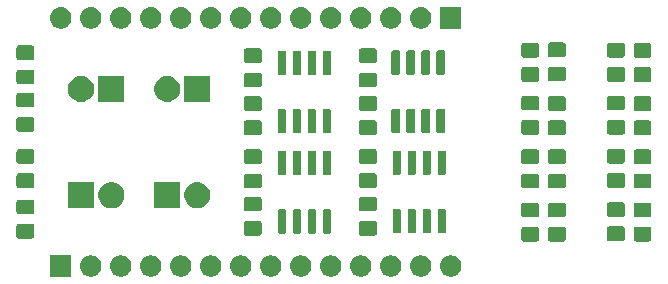
<source format=gbr>
G04 #@! TF.GenerationSoftware,KiCad,Pcbnew,5.1.4+dfsg1-1*
G04 #@! TF.CreationDate,2019-12-01T21:22:26+08:00*
G04 #@! TF.ProjectId,octolight,6f63746f-6c69-4676-9874-2e6b69636164,rev?*
G04 #@! TF.SameCoordinates,Original*
G04 #@! TF.FileFunction,Soldermask,Top*
G04 #@! TF.FilePolarity,Negative*
%FSLAX46Y46*%
G04 Gerber Fmt 4.6, Leading zero omitted, Abs format (unit mm)*
G04 Created by KiCad (PCBNEW 5.1.4+dfsg1-1) date 2019-12-01 21:22:26*
%MOMM*%
%LPD*%
G04 APERTURE LIST*
%ADD10C,0.100000*%
G04 APERTURE END LIST*
D10*
G36*
X157380442Y-106605518D02*
G01*
X157446627Y-106612037D01*
X157616466Y-106663557D01*
X157772991Y-106747222D01*
X157808729Y-106776552D01*
X157910186Y-106859814D01*
X157993448Y-106961271D01*
X158022778Y-106997009D01*
X158106443Y-107153534D01*
X158157963Y-107323373D01*
X158175359Y-107500000D01*
X158157963Y-107676627D01*
X158106443Y-107846466D01*
X158022778Y-108002991D01*
X157993448Y-108038729D01*
X157910186Y-108140186D01*
X157808729Y-108223448D01*
X157772991Y-108252778D01*
X157616466Y-108336443D01*
X157446627Y-108387963D01*
X157380443Y-108394481D01*
X157314260Y-108401000D01*
X157225740Y-108401000D01*
X157159557Y-108394481D01*
X157093373Y-108387963D01*
X156923534Y-108336443D01*
X156767009Y-108252778D01*
X156731271Y-108223448D01*
X156629814Y-108140186D01*
X156546552Y-108038729D01*
X156517222Y-108002991D01*
X156433557Y-107846466D01*
X156382037Y-107676627D01*
X156364641Y-107500000D01*
X156382037Y-107323373D01*
X156433557Y-107153534D01*
X156517222Y-106997009D01*
X156546552Y-106961271D01*
X156629814Y-106859814D01*
X156731271Y-106776552D01*
X156767009Y-106747222D01*
X156923534Y-106663557D01*
X157093373Y-106612037D01*
X157159558Y-106605518D01*
X157225740Y-106599000D01*
X157314260Y-106599000D01*
X157380442Y-106605518D01*
X157380442Y-106605518D01*
G37*
G36*
X154840442Y-106605518D02*
G01*
X154906627Y-106612037D01*
X155076466Y-106663557D01*
X155232991Y-106747222D01*
X155268729Y-106776552D01*
X155370186Y-106859814D01*
X155453448Y-106961271D01*
X155482778Y-106997009D01*
X155566443Y-107153534D01*
X155617963Y-107323373D01*
X155635359Y-107500000D01*
X155617963Y-107676627D01*
X155566443Y-107846466D01*
X155482778Y-108002991D01*
X155453448Y-108038729D01*
X155370186Y-108140186D01*
X155268729Y-108223448D01*
X155232991Y-108252778D01*
X155076466Y-108336443D01*
X154906627Y-108387963D01*
X154840443Y-108394481D01*
X154774260Y-108401000D01*
X154685740Y-108401000D01*
X154619557Y-108394481D01*
X154553373Y-108387963D01*
X154383534Y-108336443D01*
X154227009Y-108252778D01*
X154191271Y-108223448D01*
X154089814Y-108140186D01*
X154006552Y-108038729D01*
X153977222Y-108002991D01*
X153893557Y-107846466D01*
X153842037Y-107676627D01*
X153824641Y-107500000D01*
X153842037Y-107323373D01*
X153893557Y-107153534D01*
X153977222Y-106997009D01*
X154006552Y-106961271D01*
X154089814Y-106859814D01*
X154191271Y-106776552D01*
X154227009Y-106747222D01*
X154383534Y-106663557D01*
X154553373Y-106612037D01*
X154619558Y-106605518D01*
X154685740Y-106599000D01*
X154774260Y-106599000D01*
X154840442Y-106605518D01*
X154840442Y-106605518D01*
G37*
G36*
X152300442Y-106605518D02*
G01*
X152366627Y-106612037D01*
X152536466Y-106663557D01*
X152692991Y-106747222D01*
X152728729Y-106776552D01*
X152830186Y-106859814D01*
X152913448Y-106961271D01*
X152942778Y-106997009D01*
X153026443Y-107153534D01*
X153077963Y-107323373D01*
X153095359Y-107500000D01*
X153077963Y-107676627D01*
X153026443Y-107846466D01*
X152942778Y-108002991D01*
X152913448Y-108038729D01*
X152830186Y-108140186D01*
X152728729Y-108223448D01*
X152692991Y-108252778D01*
X152536466Y-108336443D01*
X152366627Y-108387963D01*
X152300443Y-108394481D01*
X152234260Y-108401000D01*
X152145740Y-108401000D01*
X152079557Y-108394481D01*
X152013373Y-108387963D01*
X151843534Y-108336443D01*
X151687009Y-108252778D01*
X151651271Y-108223448D01*
X151549814Y-108140186D01*
X151466552Y-108038729D01*
X151437222Y-108002991D01*
X151353557Y-107846466D01*
X151302037Y-107676627D01*
X151284641Y-107500000D01*
X151302037Y-107323373D01*
X151353557Y-107153534D01*
X151437222Y-106997009D01*
X151466552Y-106961271D01*
X151549814Y-106859814D01*
X151651271Y-106776552D01*
X151687009Y-106747222D01*
X151843534Y-106663557D01*
X152013373Y-106612037D01*
X152079558Y-106605518D01*
X152145740Y-106599000D01*
X152234260Y-106599000D01*
X152300442Y-106605518D01*
X152300442Y-106605518D01*
G37*
G36*
X149760442Y-106605518D02*
G01*
X149826627Y-106612037D01*
X149996466Y-106663557D01*
X150152991Y-106747222D01*
X150188729Y-106776552D01*
X150290186Y-106859814D01*
X150373448Y-106961271D01*
X150402778Y-106997009D01*
X150486443Y-107153534D01*
X150537963Y-107323373D01*
X150555359Y-107500000D01*
X150537963Y-107676627D01*
X150486443Y-107846466D01*
X150402778Y-108002991D01*
X150373448Y-108038729D01*
X150290186Y-108140186D01*
X150188729Y-108223448D01*
X150152991Y-108252778D01*
X149996466Y-108336443D01*
X149826627Y-108387963D01*
X149760443Y-108394481D01*
X149694260Y-108401000D01*
X149605740Y-108401000D01*
X149539557Y-108394481D01*
X149473373Y-108387963D01*
X149303534Y-108336443D01*
X149147009Y-108252778D01*
X149111271Y-108223448D01*
X149009814Y-108140186D01*
X148926552Y-108038729D01*
X148897222Y-108002991D01*
X148813557Y-107846466D01*
X148762037Y-107676627D01*
X148744641Y-107500000D01*
X148762037Y-107323373D01*
X148813557Y-107153534D01*
X148897222Y-106997009D01*
X148926552Y-106961271D01*
X149009814Y-106859814D01*
X149111271Y-106776552D01*
X149147009Y-106747222D01*
X149303534Y-106663557D01*
X149473373Y-106612037D01*
X149539558Y-106605518D01*
X149605740Y-106599000D01*
X149694260Y-106599000D01*
X149760442Y-106605518D01*
X149760442Y-106605518D01*
G37*
G36*
X147220442Y-106605518D02*
G01*
X147286627Y-106612037D01*
X147456466Y-106663557D01*
X147612991Y-106747222D01*
X147648729Y-106776552D01*
X147750186Y-106859814D01*
X147833448Y-106961271D01*
X147862778Y-106997009D01*
X147946443Y-107153534D01*
X147997963Y-107323373D01*
X148015359Y-107500000D01*
X147997963Y-107676627D01*
X147946443Y-107846466D01*
X147862778Y-108002991D01*
X147833448Y-108038729D01*
X147750186Y-108140186D01*
X147648729Y-108223448D01*
X147612991Y-108252778D01*
X147456466Y-108336443D01*
X147286627Y-108387963D01*
X147220443Y-108394481D01*
X147154260Y-108401000D01*
X147065740Y-108401000D01*
X146999557Y-108394481D01*
X146933373Y-108387963D01*
X146763534Y-108336443D01*
X146607009Y-108252778D01*
X146571271Y-108223448D01*
X146469814Y-108140186D01*
X146386552Y-108038729D01*
X146357222Y-108002991D01*
X146273557Y-107846466D01*
X146222037Y-107676627D01*
X146204641Y-107500000D01*
X146222037Y-107323373D01*
X146273557Y-107153534D01*
X146357222Y-106997009D01*
X146386552Y-106961271D01*
X146469814Y-106859814D01*
X146571271Y-106776552D01*
X146607009Y-106747222D01*
X146763534Y-106663557D01*
X146933373Y-106612037D01*
X146999558Y-106605518D01*
X147065740Y-106599000D01*
X147154260Y-106599000D01*
X147220442Y-106605518D01*
X147220442Y-106605518D01*
G37*
G36*
X144680442Y-106605518D02*
G01*
X144746627Y-106612037D01*
X144916466Y-106663557D01*
X145072991Y-106747222D01*
X145108729Y-106776552D01*
X145210186Y-106859814D01*
X145293448Y-106961271D01*
X145322778Y-106997009D01*
X145406443Y-107153534D01*
X145457963Y-107323373D01*
X145475359Y-107500000D01*
X145457963Y-107676627D01*
X145406443Y-107846466D01*
X145322778Y-108002991D01*
X145293448Y-108038729D01*
X145210186Y-108140186D01*
X145108729Y-108223448D01*
X145072991Y-108252778D01*
X144916466Y-108336443D01*
X144746627Y-108387963D01*
X144680443Y-108394481D01*
X144614260Y-108401000D01*
X144525740Y-108401000D01*
X144459557Y-108394481D01*
X144393373Y-108387963D01*
X144223534Y-108336443D01*
X144067009Y-108252778D01*
X144031271Y-108223448D01*
X143929814Y-108140186D01*
X143846552Y-108038729D01*
X143817222Y-108002991D01*
X143733557Y-107846466D01*
X143682037Y-107676627D01*
X143664641Y-107500000D01*
X143682037Y-107323373D01*
X143733557Y-107153534D01*
X143817222Y-106997009D01*
X143846552Y-106961271D01*
X143929814Y-106859814D01*
X144031271Y-106776552D01*
X144067009Y-106747222D01*
X144223534Y-106663557D01*
X144393373Y-106612037D01*
X144459558Y-106605518D01*
X144525740Y-106599000D01*
X144614260Y-106599000D01*
X144680442Y-106605518D01*
X144680442Y-106605518D01*
G37*
G36*
X142140442Y-106605518D02*
G01*
X142206627Y-106612037D01*
X142376466Y-106663557D01*
X142532991Y-106747222D01*
X142568729Y-106776552D01*
X142670186Y-106859814D01*
X142753448Y-106961271D01*
X142782778Y-106997009D01*
X142866443Y-107153534D01*
X142917963Y-107323373D01*
X142935359Y-107500000D01*
X142917963Y-107676627D01*
X142866443Y-107846466D01*
X142782778Y-108002991D01*
X142753448Y-108038729D01*
X142670186Y-108140186D01*
X142568729Y-108223448D01*
X142532991Y-108252778D01*
X142376466Y-108336443D01*
X142206627Y-108387963D01*
X142140443Y-108394481D01*
X142074260Y-108401000D01*
X141985740Y-108401000D01*
X141919557Y-108394481D01*
X141853373Y-108387963D01*
X141683534Y-108336443D01*
X141527009Y-108252778D01*
X141491271Y-108223448D01*
X141389814Y-108140186D01*
X141306552Y-108038729D01*
X141277222Y-108002991D01*
X141193557Y-107846466D01*
X141142037Y-107676627D01*
X141124641Y-107500000D01*
X141142037Y-107323373D01*
X141193557Y-107153534D01*
X141277222Y-106997009D01*
X141306552Y-106961271D01*
X141389814Y-106859814D01*
X141491271Y-106776552D01*
X141527009Y-106747222D01*
X141683534Y-106663557D01*
X141853373Y-106612037D01*
X141919558Y-106605518D01*
X141985740Y-106599000D01*
X142074260Y-106599000D01*
X142140442Y-106605518D01*
X142140442Y-106605518D01*
G37*
G36*
X139600442Y-106605518D02*
G01*
X139666627Y-106612037D01*
X139836466Y-106663557D01*
X139992991Y-106747222D01*
X140028729Y-106776552D01*
X140130186Y-106859814D01*
X140213448Y-106961271D01*
X140242778Y-106997009D01*
X140326443Y-107153534D01*
X140377963Y-107323373D01*
X140395359Y-107500000D01*
X140377963Y-107676627D01*
X140326443Y-107846466D01*
X140242778Y-108002991D01*
X140213448Y-108038729D01*
X140130186Y-108140186D01*
X140028729Y-108223448D01*
X139992991Y-108252778D01*
X139836466Y-108336443D01*
X139666627Y-108387963D01*
X139600443Y-108394481D01*
X139534260Y-108401000D01*
X139445740Y-108401000D01*
X139379557Y-108394481D01*
X139313373Y-108387963D01*
X139143534Y-108336443D01*
X138987009Y-108252778D01*
X138951271Y-108223448D01*
X138849814Y-108140186D01*
X138766552Y-108038729D01*
X138737222Y-108002991D01*
X138653557Y-107846466D01*
X138602037Y-107676627D01*
X138584641Y-107500000D01*
X138602037Y-107323373D01*
X138653557Y-107153534D01*
X138737222Y-106997009D01*
X138766552Y-106961271D01*
X138849814Y-106859814D01*
X138951271Y-106776552D01*
X138987009Y-106747222D01*
X139143534Y-106663557D01*
X139313373Y-106612037D01*
X139379558Y-106605518D01*
X139445740Y-106599000D01*
X139534260Y-106599000D01*
X139600442Y-106605518D01*
X139600442Y-106605518D01*
G37*
G36*
X134520442Y-106605518D02*
G01*
X134586627Y-106612037D01*
X134756466Y-106663557D01*
X134912991Y-106747222D01*
X134948729Y-106776552D01*
X135050186Y-106859814D01*
X135133448Y-106961271D01*
X135162778Y-106997009D01*
X135246443Y-107153534D01*
X135297963Y-107323373D01*
X135315359Y-107500000D01*
X135297963Y-107676627D01*
X135246443Y-107846466D01*
X135162778Y-108002991D01*
X135133448Y-108038729D01*
X135050186Y-108140186D01*
X134948729Y-108223448D01*
X134912991Y-108252778D01*
X134756466Y-108336443D01*
X134586627Y-108387963D01*
X134520443Y-108394481D01*
X134454260Y-108401000D01*
X134365740Y-108401000D01*
X134299557Y-108394481D01*
X134233373Y-108387963D01*
X134063534Y-108336443D01*
X133907009Y-108252778D01*
X133871271Y-108223448D01*
X133769814Y-108140186D01*
X133686552Y-108038729D01*
X133657222Y-108002991D01*
X133573557Y-107846466D01*
X133522037Y-107676627D01*
X133504641Y-107500000D01*
X133522037Y-107323373D01*
X133573557Y-107153534D01*
X133657222Y-106997009D01*
X133686552Y-106961271D01*
X133769814Y-106859814D01*
X133871271Y-106776552D01*
X133907009Y-106747222D01*
X134063534Y-106663557D01*
X134233373Y-106612037D01*
X134299558Y-106605518D01*
X134365740Y-106599000D01*
X134454260Y-106599000D01*
X134520442Y-106605518D01*
X134520442Y-106605518D01*
G37*
G36*
X131980442Y-106605518D02*
G01*
X132046627Y-106612037D01*
X132216466Y-106663557D01*
X132372991Y-106747222D01*
X132408729Y-106776552D01*
X132510186Y-106859814D01*
X132593448Y-106961271D01*
X132622778Y-106997009D01*
X132706443Y-107153534D01*
X132757963Y-107323373D01*
X132775359Y-107500000D01*
X132757963Y-107676627D01*
X132706443Y-107846466D01*
X132622778Y-108002991D01*
X132593448Y-108038729D01*
X132510186Y-108140186D01*
X132408729Y-108223448D01*
X132372991Y-108252778D01*
X132216466Y-108336443D01*
X132046627Y-108387963D01*
X131980443Y-108394481D01*
X131914260Y-108401000D01*
X131825740Y-108401000D01*
X131759557Y-108394481D01*
X131693373Y-108387963D01*
X131523534Y-108336443D01*
X131367009Y-108252778D01*
X131331271Y-108223448D01*
X131229814Y-108140186D01*
X131146552Y-108038729D01*
X131117222Y-108002991D01*
X131033557Y-107846466D01*
X130982037Y-107676627D01*
X130964641Y-107500000D01*
X130982037Y-107323373D01*
X131033557Y-107153534D01*
X131117222Y-106997009D01*
X131146552Y-106961271D01*
X131229814Y-106859814D01*
X131331271Y-106776552D01*
X131367009Y-106747222D01*
X131523534Y-106663557D01*
X131693373Y-106612037D01*
X131759558Y-106605518D01*
X131825740Y-106599000D01*
X131914260Y-106599000D01*
X131980442Y-106605518D01*
X131980442Y-106605518D01*
G37*
G36*
X129440442Y-106605518D02*
G01*
X129506627Y-106612037D01*
X129676466Y-106663557D01*
X129832991Y-106747222D01*
X129868729Y-106776552D01*
X129970186Y-106859814D01*
X130053448Y-106961271D01*
X130082778Y-106997009D01*
X130166443Y-107153534D01*
X130217963Y-107323373D01*
X130235359Y-107500000D01*
X130217963Y-107676627D01*
X130166443Y-107846466D01*
X130082778Y-108002991D01*
X130053448Y-108038729D01*
X129970186Y-108140186D01*
X129868729Y-108223448D01*
X129832991Y-108252778D01*
X129676466Y-108336443D01*
X129506627Y-108387963D01*
X129440443Y-108394481D01*
X129374260Y-108401000D01*
X129285740Y-108401000D01*
X129219557Y-108394481D01*
X129153373Y-108387963D01*
X128983534Y-108336443D01*
X128827009Y-108252778D01*
X128791271Y-108223448D01*
X128689814Y-108140186D01*
X128606552Y-108038729D01*
X128577222Y-108002991D01*
X128493557Y-107846466D01*
X128442037Y-107676627D01*
X128424641Y-107500000D01*
X128442037Y-107323373D01*
X128493557Y-107153534D01*
X128577222Y-106997009D01*
X128606552Y-106961271D01*
X128689814Y-106859814D01*
X128791271Y-106776552D01*
X128827009Y-106747222D01*
X128983534Y-106663557D01*
X129153373Y-106612037D01*
X129219558Y-106605518D01*
X129285740Y-106599000D01*
X129374260Y-106599000D01*
X129440442Y-106605518D01*
X129440442Y-106605518D01*
G37*
G36*
X126900442Y-106605518D02*
G01*
X126966627Y-106612037D01*
X127136466Y-106663557D01*
X127292991Y-106747222D01*
X127328729Y-106776552D01*
X127430186Y-106859814D01*
X127513448Y-106961271D01*
X127542778Y-106997009D01*
X127626443Y-107153534D01*
X127677963Y-107323373D01*
X127695359Y-107500000D01*
X127677963Y-107676627D01*
X127626443Y-107846466D01*
X127542778Y-108002991D01*
X127513448Y-108038729D01*
X127430186Y-108140186D01*
X127328729Y-108223448D01*
X127292991Y-108252778D01*
X127136466Y-108336443D01*
X126966627Y-108387963D01*
X126900443Y-108394481D01*
X126834260Y-108401000D01*
X126745740Y-108401000D01*
X126679557Y-108394481D01*
X126613373Y-108387963D01*
X126443534Y-108336443D01*
X126287009Y-108252778D01*
X126251271Y-108223448D01*
X126149814Y-108140186D01*
X126066552Y-108038729D01*
X126037222Y-108002991D01*
X125953557Y-107846466D01*
X125902037Y-107676627D01*
X125884641Y-107500000D01*
X125902037Y-107323373D01*
X125953557Y-107153534D01*
X126037222Y-106997009D01*
X126066552Y-106961271D01*
X126149814Y-106859814D01*
X126251271Y-106776552D01*
X126287009Y-106747222D01*
X126443534Y-106663557D01*
X126613373Y-106612037D01*
X126679558Y-106605518D01*
X126745740Y-106599000D01*
X126834260Y-106599000D01*
X126900442Y-106605518D01*
X126900442Y-106605518D01*
G37*
G36*
X125151000Y-108401000D02*
G01*
X123349000Y-108401000D01*
X123349000Y-106599000D01*
X125151000Y-106599000D01*
X125151000Y-108401000D01*
X125151000Y-108401000D01*
G37*
G36*
X137060442Y-106605518D02*
G01*
X137126627Y-106612037D01*
X137296466Y-106663557D01*
X137452991Y-106747222D01*
X137488729Y-106776552D01*
X137590186Y-106859814D01*
X137673448Y-106961271D01*
X137702778Y-106997009D01*
X137786443Y-107153534D01*
X137837963Y-107323373D01*
X137855359Y-107500000D01*
X137837963Y-107676627D01*
X137786443Y-107846466D01*
X137702778Y-108002991D01*
X137673448Y-108038729D01*
X137590186Y-108140186D01*
X137488729Y-108223448D01*
X137452991Y-108252778D01*
X137296466Y-108336443D01*
X137126627Y-108387963D01*
X137060443Y-108394481D01*
X136994260Y-108401000D01*
X136905740Y-108401000D01*
X136839557Y-108394481D01*
X136773373Y-108387963D01*
X136603534Y-108336443D01*
X136447009Y-108252778D01*
X136411271Y-108223448D01*
X136309814Y-108140186D01*
X136226552Y-108038729D01*
X136197222Y-108002991D01*
X136113557Y-107846466D01*
X136062037Y-107676627D01*
X136044641Y-107500000D01*
X136062037Y-107323373D01*
X136113557Y-107153534D01*
X136197222Y-106997009D01*
X136226552Y-106961271D01*
X136309814Y-106859814D01*
X136411271Y-106776552D01*
X136447009Y-106747222D01*
X136603534Y-106663557D01*
X136773373Y-106612037D01*
X136839558Y-106605518D01*
X136905740Y-106599000D01*
X136994260Y-106599000D01*
X137060442Y-106605518D01*
X137060442Y-106605518D01*
G37*
G36*
X174088674Y-104178465D02*
G01*
X174126367Y-104189899D01*
X174161103Y-104208466D01*
X174191548Y-104233452D01*
X174216534Y-104263897D01*
X174235101Y-104298633D01*
X174246535Y-104336326D01*
X174251000Y-104381661D01*
X174251000Y-105218339D01*
X174246535Y-105263674D01*
X174235101Y-105301367D01*
X174216534Y-105336103D01*
X174191548Y-105366548D01*
X174161103Y-105391534D01*
X174126367Y-105410101D01*
X174088674Y-105421535D01*
X174043339Y-105426000D01*
X172956661Y-105426000D01*
X172911326Y-105421535D01*
X172873633Y-105410101D01*
X172838897Y-105391534D01*
X172808452Y-105366548D01*
X172783466Y-105336103D01*
X172764899Y-105301367D01*
X172753465Y-105263674D01*
X172749000Y-105218339D01*
X172749000Y-104381661D01*
X172753465Y-104336326D01*
X172764899Y-104298633D01*
X172783466Y-104263897D01*
X172808452Y-104233452D01*
X172838897Y-104208466D01*
X172873633Y-104189899D01*
X172911326Y-104178465D01*
X172956661Y-104174000D01*
X174043339Y-104174000D01*
X174088674Y-104178465D01*
X174088674Y-104178465D01*
G37*
G36*
X164588674Y-104178465D02*
G01*
X164626367Y-104189899D01*
X164661103Y-104208466D01*
X164691548Y-104233452D01*
X164716534Y-104263897D01*
X164735101Y-104298633D01*
X164746535Y-104336326D01*
X164751000Y-104381661D01*
X164751000Y-105218339D01*
X164746535Y-105263674D01*
X164735101Y-105301367D01*
X164716534Y-105336103D01*
X164691548Y-105366548D01*
X164661103Y-105391534D01*
X164626367Y-105410101D01*
X164588674Y-105421535D01*
X164543339Y-105426000D01*
X163456661Y-105426000D01*
X163411326Y-105421535D01*
X163373633Y-105410101D01*
X163338897Y-105391534D01*
X163308452Y-105366548D01*
X163283466Y-105336103D01*
X163264899Y-105301367D01*
X163253465Y-105263674D01*
X163249000Y-105218339D01*
X163249000Y-104381661D01*
X163253465Y-104336326D01*
X163264899Y-104298633D01*
X163283466Y-104263897D01*
X163308452Y-104233452D01*
X163338897Y-104208466D01*
X163373633Y-104189899D01*
X163411326Y-104178465D01*
X163456661Y-104174000D01*
X164543339Y-104174000D01*
X164588674Y-104178465D01*
X164588674Y-104178465D01*
G37*
G36*
X166838674Y-104178465D02*
G01*
X166876367Y-104189899D01*
X166911103Y-104208466D01*
X166941548Y-104233452D01*
X166966534Y-104263897D01*
X166985101Y-104298633D01*
X166996535Y-104336326D01*
X167001000Y-104381661D01*
X167001000Y-105218339D01*
X166996535Y-105263674D01*
X166985101Y-105301367D01*
X166966534Y-105336103D01*
X166941548Y-105366548D01*
X166911103Y-105391534D01*
X166876367Y-105410101D01*
X166838674Y-105421535D01*
X166793339Y-105426000D01*
X165706661Y-105426000D01*
X165661326Y-105421535D01*
X165623633Y-105410101D01*
X165588897Y-105391534D01*
X165558452Y-105366548D01*
X165533466Y-105336103D01*
X165514899Y-105301367D01*
X165503465Y-105263674D01*
X165499000Y-105218339D01*
X165499000Y-104381661D01*
X165503465Y-104336326D01*
X165514899Y-104298633D01*
X165533466Y-104263897D01*
X165558452Y-104233452D01*
X165588897Y-104208466D01*
X165623633Y-104189899D01*
X165661326Y-104178465D01*
X165706661Y-104174000D01*
X166793339Y-104174000D01*
X166838674Y-104178465D01*
X166838674Y-104178465D01*
G37*
G36*
X171838674Y-104153465D02*
G01*
X171876367Y-104164899D01*
X171911103Y-104183466D01*
X171941548Y-104208452D01*
X171966534Y-104238897D01*
X171985101Y-104273633D01*
X171996535Y-104311326D01*
X172001000Y-104356661D01*
X172001000Y-105193339D01*
X171996535Y-105238674D01*
X171985101Y-105276367D01*
X171966534Y-105311103D01*
X171941548Y-105341548D01*
X171911103Y-105366534D01*
X171876367Y-105385101D01*
X171838674Y-105396535D01*
X171793339Y-105401000D01*
X170706661Y-105401000D01*
X170661326Y-105396535D01*
X170623633Y-105385101D01*
X170588897Y-105366534D01*
X170558452Y-105341548D01*
X170533466Y-105311103D01*
X170514899Y-105276367D01*
X170503465Y-105238674D01*
X170499000Y-105193339D01*
X170499000Y-104356661D01*
X170503465Y-104311326D01*
X170514899Y-104273633D01*
X170533466Y-104238897D01*
X170558452Y-104208452D01*
X170588897Y-104183466D01*
X170623633Y-104164899D01*
X170661326Y-104153465D01*
X170706661Y-104149000D01*
X171793339Y-104149000D01*
X171838674Y-104153465D01*
X171838674Y-104153465D01*
G37*
G36*
X121838674Y-103928465D02*
G01*
X121876367Y-103939899D01*
X121911103Y-103958466D01*
X121941548Y-103983452D01*
X121966534Y-104013897D01*
X121985101Y-104048633D01*
X121996535Y-104086326D01*
X122001000Y-104131661D01*
X122001000Y-104968339D01*
X121996535Y-105013674D01*
X121985101Y-105051367D01*
X121966534Y-105086103D01*
X121941548Y-105116548D01*
X121911103Y-105141534D01*
X121876367Y-105160101D01*
X121838674Y-105171535D01*
X121793339Y-105176000D01*
X120706661Y-105176000D01*
X120661326Y-105171535D01*
X120623633Y-105160101D01*
X120588897Y-105141534D01*
X120558452Y-105116548D01*
X120533466Y-105086103D01*
X120514899Y-105051367D01*
X120503465Y-105013674D01*
X120499000Y-104968339D01*
X120499000Y-104131661D01*
X120503465Y-104086326D01*
X120514899Y-104048633D01*
X120533466Y-104013897D01*
X120558452Y-103983452D01*
X120588897Y-103958466D01*
X120623633Y-103939899D01*
X120661326Y-103928465D01*
X120706661Y-103924000D01*
X121793339Y-103924000D01*
X121838674Y-103928465D01*
X121838674Y-103928465D01*
G37*
G36*
X141088674Y-103678465D02*
G01*
X141126367Y-103689899D01*
X141161103Y-103708466D01*
X141191548Y-103733452D01*
X141216534Y-103763897D01*
X141235101Y-103798633D01*
X141246535Y-103836326D01*
X141251000Y-103881661D01*
X141251000Y-104718339D01*
X141246535Y-104763674D01*
X141235101Y-104801367D01*
X141216534Y-104836103D01*
X141191548Y-104866548D01*
X141161103Y-104891534D01*
X141126367Y-104910101D01*
X141088674Y-104921535D01*
X141043339Y-104926000D01*
X139956661Y-104926000D01*
X139911326Y-104921535D01*
X139873633Y-104910101D01*
X139838897Y-104891534D01*
X139808452Y-104866548D01*
X139783466Y-104836103D01*
X139764899Y-104801367D01*
X139753465Y-104763674D01*
X139749000Y-104718339D01*
X139749000Y-103881661D01*
X139753465Y-103836326D01*
X139764899Y-103798633D01*
X139783466Y-103763897D01*
X139808452Y-103733452D01*
X139838897Y-103708466D01*
X139873633Y-103689899D01*
X139911326Y-103678465D01*
X139956661Y-103674000D01*
X141043339Y-103674000D01*
X141088674Y-103678465D01*
X141088674Y-103678465D01*
G37*
G36*
X150838674Y-103678465D02*
G01*
X150876367Y-103689899D01*
X150911103Y-103708466D01*
X150941548Y-103733452D01*
X150966534Y-103763897D01*
X150985101Y-103798633D01*
X150996535Y-103836326D01*
X151001000Y-103881661D01*
X151001000Y-104718339D01*
X150996535Y-104763674D01*
X150985101Y-104801367D01*
X150966534Y-104836103D01*
X150941548Y-104866548D01*
X150911103Y-104891534D01*
X150876367Y-104910101D01*
X150838674Y-104921535D01*
X150793339Y-104926000D01*
X149706661Y-104926000D01*
X149661326Y-104921535D01*
X149623633Y-104910101D01*
X149588897Y-104891534D01*
X149558452Y-104866548D01*
X149533466Y-104836103D01*
X149514899Y-104801367D01*
X149503465Y-104763674D01*
X149499000Y-104718339D01*
X149499000Y-103881661D01*
X149503465Y-103836326D01*
X149514899Y-103798633D01*
X149533466Y-103763897D01*
X149558452Y-103733452D01*
X149588897Y-103708466D01*
X149623633Y-103689899D01*
X149661326Y-103678465D01*
X149706661Y-103674000D01*
X150793339Y-103674000D01*
X150838674Y-103678465D01*
X150838674Y-103678465D01*
G37*
G36*
X144509928Y-102701764D02*
G01*
X144531009Y-102708160D01*
X144550445Y-102718548D01*
X144567476Y-102732524D01*
X144581452Y-102749555D01*
X144591840Y-102768991D01*
X144598236Y-102790072D01*
X144601000Y-102818140D01*
X144601000Y-104631860D01*
X144598236Y-104659928D01*
X144591840Y-104681009D01*
X144581452Y-104700445D01*
X144567476Y-104717476D01*
X144550445Y-104731452D01*
X144531009Y-104741840D01*
X144509928Y-104748236D01*
X144481860Y-104751000D01*
X144018140Y-104751000D01*
X143990072Y-104748236D01*
X143968991Y-104741840D01*
X143949555Y-104731452D01*
X143932524Y-104717476D01*
X143918548Y-104700445D01*
X143908160Y-104681009D01*
X143901764Y-104659928D01*
X143899000Y-104631860D01*
X143899000Y-102818140D01*
X143901764Y-102790072D01*
X143908160Y-102768991D01*
X143918548Y-102749555D01*
X143932524Y-102732524D01*
X143949555Y-102718548D01*
X143968991Y-102708160D01*
X143990072Y-102701764D01*
X144018140Y-102699000D01*
X144481860Y-102699000D01*
X144509928Y-102701764D01*
X144509928Y-102701764D01*
G37*
G36*
X145779928Y-102701764D02*
G01*
X145801009Y-102708160D01*
X145820445Y-102718548D01*
X145837476Y-102732524D01*
X145851452Y-102749555D01*
X145861840Y-102768991D01*
X145868236Y-102790072D01*
X145871000Y-102818140D01*
X145871000Y-104631860D01*
X145868236Y-104659928D01*
X145861840Y-104681009D01*
X145851452Y-104700445D01*
X145837476Y-104717476D01*
X145820445Y-104731452D01*
X145801009Y-104741840D01*
X145779928Y-104748236D01*
X145751860Y-104751000D01*
X145288140Y-104751000D01*
X145260072Y-104748236D01*
X145238991Y-104741840D01*
X145219555Y-104731452D01*
X145202524Y-104717476D01*
X145188548Y-104700445D01*
X145178160Y-104681009D01*
X145171764Y-104659928D01*
X145169000Y-104631860D01*
X145169000Y-102818140D01*
X145171764Y-102790072D01*
X145178160Y-102768991D01*
X145188548Y-102749555D01*
X145202524Y-102732524D01*
X145219555Y-102718548D01*
X145238991Y-102708160D01*
X145260072Y-102701764D01*
X145288140Y-102699000D01*
X145751860Y-102699000D01*
X145779928Y-102701764D01*
X145779928Y-102701764D01*
G37*
G36*
X147049928Y-102701764D02*
G01*
X147071009Y-102708160D01*
X147090445Y-102718548D01*
X147107476Y-102732524D01*
X147121452Y-102749555D01*
X147131840Y-102768991D01*
X147138236Y-102790072D01*
X147141000Y-102818140D01*
X147141000Y-104631860D01*
X147138236Y-104659928D01*
X147131840Y-104681009D01*
X147121452Y-104700445D01*
X147107476Y-104717476D01*
X147090445Y-104731452D01*
X147071009Y-104741840D01*
X147049928Y-104748236D01*
X147021860Y-104751000D01*
X146558140Y-104751000D01*
X146530072Y-104748236D01*
X146508991Y-104741840D01*
X146489555Y-104731452D01*
X146472524Y-104717476D01*
X146458548Y-104700445D01*
X146448160Y-104681009D01*
X146441764Y-104659928D01*
X146439000Y-104631860D01*
X146439000Y-102818140D01*
X146441764Y-102790072D01*
X146448160Y-102768991D01*
X146458548Y-102749555D01*
X146472524Y-102732524D01*
X146489555Y-102718548D01*
X146508991Y-102708160D01*
X146530072Y-102701764D01*
X146558140Y-102699000D01*
X147021860Y-102699000D01*
X147049928Y-102701764D01*
X147049928Y-102701764D01*
G37*
G36*
X143239928Y-102701764D02*
G01*
X143261009Y-102708160D01*
X143280445Y-102718548D01*
X143297476Y-102732524D01*
X143311452Y-102749555D01*
X143321840Y-102768991D01*
X143328236Y-102790072D01*
X143331000Y-102818140D01*
X143331000Y-104631860D01*
X143328236Y-104659928D01*
X143321840Y-104681009D01*
X143311452Y-104700445D01*
X143297476Y-104717476D01*
X143280445Y-104731452D01*
X143261009Y-104741840D01*
X143239928Y-104748236D01*
X143211860Y-104751000D01*
X142748140Y-104751000D01*
X142720072Y-104748236D01*
X142698991Y-104741840D01*
X142679555Y-104731452D01*
X142662524Y-104717476D01*
X142648548Y-104700445D01*
X142638160Y-104681009D01*
X142631764Y-104659928D01*
X142629000Y-104631860D01*
X142629000Y-102818140D01*
X142631764Y-102790072D01*
X142638160Y-102768991D01*
X142648548Y-102749555D01*
X142662524Y-102732524D01*
X142679555Y-102718548D01*
X142698991Y-102708160D01*
X142720072Y-102701764D01*
X142748140Y-102699000D01*
X143211860Y-102699000D01*
X143239928Y-102701764D01*
X143239928Y-102701764D01*
G37*
G36*
X154219928Y-102676764D02*
G01*
X154241009Y-102683160D01*
X154260445Y-102693548D01*
X154277476Y-102707524D01*
X154291452Y-102724555D01*
X154301840Y-102743991D01*
X154308236Y-102765072D01*
X154311000Y-102793140D01*
X154311000Y-104606860D01*
X154308236Y-104634928D01*
X154301840Y-104656009D01*
X154291452Y-104675445D01*
X154277476Y-104692476D01*
X154260445Y-104706452D01*
X154241009Y-104716840D01*
X154219928Y-104723236D01*
X154191860Y-104726000D01*
X153728140Y-104726000D01*
X153700072Y-104723236D01*
X153678991Y-104716840D01*
X153659555Y-104706452D01*
X153642524Y-104692476D01*
X153628548Y-104675445D01*
X153618160Y-104656009D01*
X153611764Y-104634928D01*
X153609000Y-104606860D01*
X153609000Y-102793140D01*
X153611764Y-102765072D01*
X153618160Y-102743991D01*
X153628548Y-102724555D01*
X153642524Y-102707524D01*
X153659555Y-102693548D01*
X153678991Y-102683160D01*
X153700072Y-102676764D01*
X153728140Y-102674000D01*
X154191860Y-102674000D01*
X154219928Y-102676764D01*
X154219928Y-102676764D01*
G37*
G36*
X155489928Y-102676764D02*
G01*
X155511009Y-102683160D01*
X155530445Y-102693548D01*
X155547476Y-102707524D01*
X155561452Y-102724555D01*
X155571840Y-102743991D01*
X155578236Y-102765072D01*
X155581000Y-102793140D01*
X155581000Y-104606860D01*
X155578236Y-104634928D01*
X155571840Y-104656009D01*
X155561452Y-104675445D01*
X155547476Y-104692476D01*
X155530445Y-104706452D01*
X155511009Y-104716840D01*
X155489928Y-104723236D01*
X155461860Y-104726000D01*
X154998140Y-104726000D01*
X154970072Y-104723236D01*
X154948991Y-104716840D01*
X154929555Y-104706452D01*
X154912524Y-104692476D01*
X154898548Y-104675445D01*
X154888160Y-104656009D01*
X154881764Y-104634928D01*
X154879000Y-104606860D01*
X154879000Y-102793140D01*
X154881764Y-102765072D01*
X154888160Y-102743991D01*
X154898548Y-102724555D01*
X154912524Y-102707524D01*
X154929555Y-102693548D01*
X154948991Y-102683160D01*
X154970072Y-102676764D01*
X154998140Y-102674000D01*
X155461860Y-102674000D01*
X155489928Y-102676764D01*
X155489928Y-102676764D01*
G37*
G36*
X156759928Y-102676764D02*
G01*
X156781009Y-102683160D01*
X156800445Y-102693548D01*
X156817476Y-102707524D01*
X156831452Y-102724555D01*
X156841840Y-102743991D01*
X156848236Y-102765072D01*
X156851000Y-102793140D01*
X156851000Y-104606860D01*
X156848236Y-104634928D01*
X156841840Y-104656009D01*
X156831452Y-104675445D01*
X156817476Y-104692476D01*
X156800445Y-104706452D01*
X156781009Y-104716840D01*
X156759928Y-104723236D01*
X156731860Y-104726000D01*
X156268140Y-104726000D01*
X156240072Y-104723236D01*
X156218991Y-104716840D01*
X156199555Y-104706452D01*
X156182524Y-104692476D01*
X156168548Y-104675445D01*
X156158160Y-104656009D01*
X156151764Y-104634928D01*
X156149000Y-104606860D01*
X156149000Y-102793140D01*
X156151764Y-102765072D01*
X156158160Y-102743991D01*
X156168548Y-102724555D01*
X156182524Y-102707524D01*
X156199555Y-102693548D01*
X156218991Y-102683160D01*
X156240072Y-102676764D01*
X156268140Y-102674000D01*
X156731860Y-102674000D01*
X156759928Y-102676764D01*
X156759928Y-102676764D01*
G37*
G36*
X152949928Y-102676764D02*
G01*
X152971009Y-102683160D01*
X152990445Y-102693548D01*
X153007476Y-102707524D01*
X153021452Y-102724555D01*
X153031840Y-102743991D01*
X153038236Y-102765072D01*
X153041000Y-102793140D01*
X153041000Y-104606860D01*
X153038236Y-104634928D01*
X153031840Y-104656009D01*
X153021452Y-104675445D01*
X153007476Y-104692476D01*
X152990445Y-104706452D01*
X152971009Y-104716840D01*
X152949928Y-104723236D01*
X152921860Y-104726000D01*
X152458140Y-104726000D01*
X152430072Y-104723236D01*
X152408991Y-104716840D01*
X152389555Y-104706452D01*
X152372524Y-104692476D01*
X152358548Y-104675445D01*
X152348160Y-104656009D01*
X152341764Y-104634928D01*
X152339000Y-104606860D01*
X152339000Y-102793140D01*
X152341764Y-102765072D01*
X152348160Y-102743991D01*
X152358548Y-102724555D01*
X152372524Y-102707524D01*
X152389555Y-102693548D01*
X152408991Y-102683160D01*
X152430072Y-102676764D01*
X152458140Y-102674000D01*
X152921860Y-102674000D01*
X152949928Y-102676764D01*
X152949928Y-102676764D01*
G37*
G36*
X164588674Y-102128465D02*
G01*
X164626367Y-102139899D01*
X164661103Y-102158466D01*
X164691548Y-102183452D01*
X164716534Y-102213897D01*
X164735101Y-102248633D01*
X164746535Y-102286326D01*
X164751000Y-102331661D01*
X164751000Y-103168339D01*
X164746535Y-103213674D01*
X164735101Y-103251367D01*
X164716534Y-103286103D01*
X164691548Y-103316548D01*
X164661103Y-103341534D01*
X164626367Y-103360101D01*
X164588674Y-103371535D01*
X164543339Y-103376000D01*
X163456661Y-103376000D01*
X163411326Y-103371535D01*
X163373633Y-103360101D01*
X163338897Y-103341534D01*
X163308452Y-103316548D01*
X163283466Y-103286103D01*
X163264899Y-103251367D01*
X163253465Y-103213674D01*
X163249000Y-103168339D01*
X163249000Y-102331661D01*
X163253465Y-102286326D01*
X163264899Y-102248633D01*
X163283466Y-102213897D01*
X163308452Y-102183452D01*
X163338897Y-102158466D01*
X163373633Y-102139899D01*
X163411326Y-102128465D01*
X163456661Y-102124000D01*
X164543339Y-102124000D01*
X164588674Y-102128465D01*
X164588674Y-102128465D01*
G37*
G36*
X166838674Y-102128465D02*
G01*
X166876367Y-102139899D01*
X166911103Y-102158466D01*
X166941548Y-102183452D01*
X166966534Y-102213897D01*
X166985101Y-102248633D01*
X166996535Y-102286326D01*
X167001000Y-102331661D01*
X167001000Y-103168339D01*
X166996535Y-103213674D01*
X166985101Y-103251367D01*
X166966534Y-103286103D01*
X166941548Y-103316548D01*
X166911103Y-103341534D01*
X166876367Y-103360101D01*
X166838674Y-103371535D01*
X166793339Y-103376000D01*
X165706661Y-103376000D01*
X165661326Y-103371535D01*
X165623633Y-103360101D01*
X165588897Y-103341534D01*
X165558452Y-103316548D01*
X165533466Y-103286103D01*
X165514899Y-103251367D01*
X165503465Y-103213674D01*
X165499000Y-103168339D01*
X165499000Y-102331661D01*
X165503465Y-102286326D01*
X165514899Y-102248633D01*
X165533466Y-102213897D01*
X165558452Y-102183452D01*
X165588897Y-102158466D01*
X165623633Y-102139899D01*
X165661326Y-102128465D01*
X165706661Y-102124000D01*
X166793339Y-102124000D01*
X166838674Y-102128465D01*
X166838674Y-102128465D01*
G37*
G36*
X174088674Y-102128465D02*
G01*
X174126367Y-102139899D01*
X174161103Y-102158466D01*
X174191548Y-102183452D01*
X174216534Y-102213897D01*
X174235101Y-102248633D01*
X174246535Y-102286326D01*
X174251000Y-102331661D01*
X174251000Y-103168339D01*
X174246535Y-103213674D01*
X174235101Y-103251367D01*
X174216534Y-103286103D01*
X174191548Y-103316548D01*
X174161103Y-103341534D01*
X174126367Y-103360101D01*
X174088674Y-103371535D01*
X174043339Y-103376000D01*
X172956661Y-103376000D01*
X172911326Y-103371535D01*
X172873633Y-103360101D01*
X172838897Y-103341534D01*
X172808452Y-103316548D01*
X172783466Y-103286103D01*
X172764899Y-103251367D01*
X172753465Y-103213674D01*
X172749000Y-103168339D01*
X172749000Y-102331661D01*
X172753465Y-102286326D01*
X172764899Y-102248633D01*
X172783466Y-102213897D01*
X172808452Y-102183452D01*
X172838897Y-102158466D01*
X172873633Y-102139899D01*
X172911326Y-102128465D01*
X172956661Y-102124000D01*
X174043339Y-102124000D01*
X174088674Y-102128465D01*
X174088674Y-102128465D01*
G37*
G36*
X171838674Y-102103465D02*
G01*
X171876367Y-102114899D01*
X171911103Y-102133466D01*
X171941548Y-102158452D01*
X171966534Y-102188897D01*
X171985101Y-102223633D01*
X171996535Y-102261326D01*
X172001000Y-102306661D01*
X172001000Y-103143339D01*
X171996535Y-103188674D01*
X171985101Y-103226367D01*
X171966534Y-103261103D01*
X171941548Y-103291548D01*
X171911103Y-103316534D01*
X171876367Y-103335101D01*
X171838674Y-103346535D01*
X171793339Y-103351000D01*
X170706661Y-103351000D01*
X170661326Y-103346535D01*
X170623633Y-103335101D01*
X170588897Y-103316534D01*
X170558452Y-103291548D01*
X170533466Y-103261103D01*
X170514899Y-103226367D01*
X170503465Y-103188674D01*
X170499000Y-103143339D01*
X170499000Y-102306661D01*
X170503465Y-102261326D01*
X170514899Y-102223633D01*
X170533466Y-102188897D01*
X170558452Y-102158452D01*
X170588897Y-102133466D01*
X170623633Y-102114899D01*
X170661326Y-102103465D01*
X170706661Y-102099000D01*
X171793339Y-102099000D01*
X171838674Y-102103465D01*
X171838674Y-102103465D01*
G37*
G36*
X121838674Y-101878465D02*
G01*
X121876367Y-101889899D01*
X121911103Y-101908466D01*
X121941548Y-101933452D01*
X121966534Y-101963897D01*
X121985101Y-101998633D01*
X121996535Y-102036326D01*
X122001000Y-102081661D01*
X122001000Y-102918339D01*
X121996535Y-102963674D01*
X121985101Y-103001367D01*
X121966534Y-103036103D01*
X121941548Y-103066548D01*
X121911103Y-103091534D01*
X121876367Y-103110101D01*
X121838674Y-103121535D01*
X121793339Y-103126000D01*
X120706661Y-103126000D01*
X120661326Y-103121535D01*
X120623633Y-103110101D01*
X120588897Y-103091534D01*
X120558452Y-103066548D01*
X120533466Y-103036103D01*
X120514899Y-103001367D01*
X120503465Y-102963674D01*
X120499000Y-102918339D01*
X120499000Y-102081661D01*
X120503465Y-102036326D01*
X120514899Y-101998633D01*
X120533466Y-101963897D01*
X120558452Y-101933452D01*
X120588897Y-101908466D01*
X120623633Y-101889899D01*
X120661326Y-101878465D01*
X120706661Y-101874000D01*
X121793339Y-101874000D01*
X121838674Y-101878465D01*
X121838674Y-101878465D01*
G37*
G36*
X141088674Y-101628465D02*
G01*
X141126367Y-101639899D01*
X141161103Y-101658466D01*
X141191548Y-101683452D01*
X141216534Y-101713897D01*
X141235101Y-101748633D01*
X141246535Y-101786326D01*
X141251000Y-101831661D01*
X141251000Y-102668339D01*
X141246535Y-102713674D01*
X141235101Y-102751367D01*
X141216534Y-102786103D01*
X141191548Y-102816548D01*
X141161103Y-102841534D01*
X141126367Y-102860101D01*
X141088674Y-102871535D01*
X141043339Y-102876000D01*
X139956661Y-102876000D01*
X139911326Y-102871535D01*
X139873633Y-102860101D01*
X139838897Y-102841534D01*
X139808452Y-102816548D01*
X139783466Y-102786103D01*
X139764899Y-102751367D01*
X139753465Y-102713674D01*
X139749000Y-102668339D01*
X139749000Y-101831661D01*
X139753465Y-101786326D01*
X139764899Y-101748633D01*
X139783466Y-101713897D01*
X139808452Y-101683452D01*
X139838897Y-101658466D01*
X139873633Y-101639899D01*
X139911326Y-101628465D01*
X139956661Y-101624000D01*
X141043339Y-101624000D01*
X141088674Y-101628465D01*
X141088674Y-101628465D01*
G37*
G36*
X150838674Y-101628465D02*
G01*
X150876367Y-101639899D01*
X150911103Y-101658466D01*
X150941548Y-101683452D01*
X150966534Y-101713897D01*
X150985101Y-101748633D01*
X150996535Y-101786326D01*
X151001000Y-101831661D01*
X151001000Y-102668339D01*
X150996535Y-102713674D01*
X150985101Y-102751367D01*
X150966534Y-102786103D01*
X150941548Y-102816548D01*
X150911103Y-102841534D01*
X150876367Y-102860101D01*
X150838674Y-102871535D01*
X150793339Y-102876000D01*
X149706661Y-102876000D01*
X149661326Y-102871535D01*
X149623633Y-102860101D01*
X149588897Y-102841534D01*
X149558452Y-102816548D01*
X149533466Y-102786103D01*
X149514899Y-102751367D01*
X149503465Y-102713674D01*
X149499000Y-102668339D01*
X149499000Y-101831661D01*
X149503465Y-101786326D01*
X149514899Y-101748633D01*
X149533466Y-101713897D01*
X149558452Y-101683452D01*
X149588897Y-101658466D01*
X149623633Y-101639899D01*
X149661326Y-101628465D01*
X149706661Y-101624000D01*
X150793339Y-101624000D01*
X150838674Y-101628465D01*
X150838674Y-101628465D01*
G37*
G36*
X127101000Y-102601000D02*
G01*
X124899000Y-102601000D01*
X124899000Y-100399000D01*
X127101000Y-100399000D01*
X127101000Y-102601000D01*
X127101000Y-102601000D01*
G37*
G36*
X128754794Y-100420155D02*
G01*
X128861150Y-100441311D01*
X128961334Y-100482809D01*
X129061520Y-100524307D01*
X129241844Y-100644795D01*
X129395205Y-100798156D01*
X129515693Y-100978480D01*
X129598689Y-101178851D01*
X129641000Y-101391560D01*
X129641000Y-101608440D01*
X129598689Y-101821149D01*
X129515693Y-102021520D01*
X129395205Y-102201844D01*
X129241844Y-102355205D01*
X129061520Y-102475693D01*
X128861150Y-102558689D01*
X128754795Y-102579844D01*
X128648440Y-102601000D01*
X128431560Y-102601000D01*
X128325205Y-102579844D01*
X128218850Y-102558689D01*
X128018480Y-102475693D01*
X127838156Y-102355205D01*
X127684795Y-102201844D01*
X127564307Y-102021520D01*
X127481311Y-101821149D01*
X127439000Y-101608440D01*
X127439000Y-101391560D01*
X127481311Y-101178851D01*
X127564307Y-100978480D01*
X127684795Y-100798156D01*
X127838156Y-100644795D01*
X128018480Y-100524307D01*
X128118666Y-100482809D01*
X128218850Y-100441311D01*
X128325206Y-100420155D01*
X128431560Y-100399000D01*
X128648440Y-100399000D01*
X128754794Y-100420155D01*
X128754794Y-100420155D01*
G37*
G36*
X136004794Y-100420155D02*
G01*
X136111150Y-100441311D01*
X136211334Y-100482809D01*
X136311520Y-100524307D01*
X136491844Y-100644795D01*
X136645205Y-100798156D01*
X136765693Y-100978480D01*
X136848689Y-101178851D01*
X136891000Y-101391560D01*
X136891000Y-101608440D01*
X136848689Y-101821149D01*
X136765693Y-102021520D01*
X136645205Y-102201844D01*
X136491844Y-102355205D01*
X136311520Y-102475693D01*
X136111150Y-102558689D01*
X136004795Y-102579844D01*
X135898440Y-102601000D01*
X135681560Y-102601000D01*
X135575205Y-102579844D01*
X135468850Y-102558689D01*
X135268480Y-102475693D01*
X135088156Y-102355205D01*
X134934795Y-102201844D01*
X134814307Y-102021520D01*
X134731311Y-101821149D01*
X134689000Y-101608440D01*
X134689000Y-101391560D01*
X134731311Y-101178851D01*
X134814307Y-100978480D01*
X134934795Y-100798156D01*
X135088156Y-100644795D01*
X135268480Y-100524307D01*
X135368666Y-100482809D01*
X135468850Y-100441311D01*
X135575206Y-100420155D01*
X135681560Y-100399000D01*
X135898440Y-100399000D01*
X136004794Y-100420155D01*
X136004794Y-100420155D01*
G37*
G36*
X134351000Y-102601000D02*
G01*
X132149000Y-102601000D01*
X132149000Y-100399000D01*
X134351000Y-100399000D01*
X134351000Y-102601000D01*
X134351000Y-102601000D01*
G37*
G36*
X174088674Y-99678465D02*
G01*
X174126367Y-99689899D01*
X174161103Y-99708466D01*
X174191548Y-99733452D01*
X174216534Y-99763897D01*
X174235101Y-99798633D01*
X174246535Y-99836326D01*
X174251000Y-99881661D01*
X174251000Y-100718339D01*
X174246535Y-100763674D01*
X174235101Y-100801367D01*
X174216534Y-100836103D01*
X174191548Y-100866548D01*
X174161103Y-100891534D01*
X174126367Y-100910101D01*
X174088674Y-100921535D01*
X174043339Y-100926000D01*
X172956661Y-100926000D01*
X172911326Y-100921535D01*
X172873633Y-100910101D01*
X172838897Y-100891534D01*
X172808452Y-100866548D01*
X172783466Y-100836103D01*
X172764899Y-100801367D01*
X172753465Y-100763674D01*
X172749000Y-100718339D01*
X172749000Y-99881661D01*
X172753465Y-99836326D01*
X172764899Y-99798633D01*
X172783466Y-99763897D01*
X172808452Y-99733452D01*
X172838897Y-99708466D01*
X172873633Y-99689899D01*
X172911326Y-99678465D01*
X172956661Y-99674000D01*
X174043339Y-99674000D01*
X174088674Y-99678465D01*
X174088674Y-99678465D01*
G37*
G36*
X166838674Y-99678465D02*
G01*
X166876367Y-99689899D01*
X166911103Y-99708466D01*
X166941548Y-99733452D01*
X166966534Y-99763897D01*
X166985101Y-99798633D01*
X166996535Y-99836326D01*
X167001000Y-99881661D01*
X167001000Y-100718339D01*
X166996535Y-100763674D01*
X166985101Y-100801367D01*
X166966534Y-100836103D01*
X166941548Y-100866548D01*
X166911103Y-100891534D01*
X166876367Y-100910101D01*
X166838674Y-100921535D01*
X166793339Y-100926000D01*
X165706661Y-100926000D01*
X165661326Y-100921535D01*
X165623633Y-100910101D01*
X165588897Y-100891534D01*
X165558452Y-100866548D01*
X165533466Y-100836103D01*
X165514899Y-100801367D01*
X165503465Y-100763674D01*
X165499000Y-100718339D01*
X165499000Y-99881661D01*
X165503465Y-99836326D01*
X165514899Y-99798633D01*
X165533466Y-99763897D01*
X165558452Y-99733452D01*
X165588897Y-99708466D01*
X165623633Y-99689899D01*
X165661326Y-99678465D01*
X165706661Y-99674000D01*
X166793339Y-99674000D01*
X166838674Y-99678465D01*
X166838674Y-99678465D01*
G37*
G36*
X141088674Y-99678465D02*
G01*
X141126367Y-99689899D01*
X141161103Y-99708466D01*
X141191548Y-99733452D01*
X141216534Y-99763897D01*
X141235101Y-99798633D01*
X141246535Y-99836326D01*
X141251000Y-99881661D01*
X141251000Y-100718339D01*
X141246535Y-100763674D01*
X141235101Y-100801367D01*
X141216534Y-100836103D01*
X141191548Y-100866548D01*
X141161103Y-100891534D01*
X141126367Y-100910101D01*
X141088674Y-100921535D01*
X141043339Y-100926000D01*
X139956661Y-100926000D01*
X139911326Y-100921535D01*
X139873633Y-100910101D01*
X139838897Y-100891534D01*
X139808452Y-100866548D01*
X139783466Y-100836103D01*
X139764899Y-100801367D01*
X139753465Y-100763674D01*
X139749000Y-100718339D01*
X139749000Y-99881661D01*
X139753465Y-99836326D01*
X139764899Y-99798633D01*
X139783466Y-99763897D01*
X139808452Y-99733452D01*
X139838897Y-99708466D01*
X139873633Y-99689899D01*
X139911326Y-99678465D01*
X139956661Y-99674000D01*
X141043339Y-99674000D01*
X141088674Y-99678465D01*
X141088674Y-99678465D01*
G37*
G36*
X164588674Y-99678465D02*
G01*
X164626367Y-99689899D01*
X164661103Y-99708466D01*
X164691548Y-99733452D01*
X164716534Y-99763897D01*
X164735101Y-99798633D01*
X164746535Y-99836326D01*
X164751000Y-99881661D01*
X164751000Y-100718339D01*
X164746535Y-100763674D01*
X164735101Y-100801367D01*
X164716534Y-100836103D01*
X164691548Y-100866548D01*
X164661103Y-100891534D01*
X164626367Y-100910101D01*
X164588674Y-100921535D01*
X164543339Y-100926000D01*
X163456661Y-100926000D01*
X163411326Y-100921535D01*
X163373633Y-100910101D01*
X163338897Y-100891534D01*
X163308452Y-100866548D01*
X163283466Y-100836103D01*
X163264899Y-100801367D01*
X163253465Y-100763674D01*
X163249000Y-100718339D01*
X163249000Y-99881661D01*
X163253465Y-99836326D01*
X163264899Y-99798633D01*
X163283466Y-99763897D01*
X163308452Y-99733452D01*
X163338897Y-99708466D01*
X163373633Y-99689899D01*
X163411326Y-99678465D01*
X163456661Y-99674000D01*
X164543339Y-99674000D01*
X164588674Y-99678465D01*
X164588674Y-99678465D01*
G37*
G36*
X150838674Y-99653465D02*
G01*
X150876367Y-99664899D01*
X150911103Y-99683466D01*
X150941548Y-99708452D01*
X150966534Y-99738897D01*
X150985101Y-99773633D01*
X150996535Y-99811326D01*
X151001000Y-99856661D01*
X151001000Y-100693339D01*
X150996535Y-100738674D01*
X150985101Y-100776367D01*
X150966534Y-100811103D01*
X150941548Y-100841548D01*
X150911103Y-100866534D01*
X150876367Y-100885101D01*
X150838674Y-100896535D01*
X150793339Y-100901000D01*
X149706661Y-100901000D01*
X149661326Y-100896535D01*
X149623633Y-100885101D01*
X149588897Y-100866534D01*
X149558452Y-100841548D01*
X149533466Y-100811103D01*
X149514899Y-100776367D01*
X149503465Y-100738674D01*
X149499000Y-100693339D01*
X149499000Y-99856661D01*
X149503465Y-99811326D01*
X149514899Y-99773633D01*
X149533466Y-99738897D01*
X149558452Y-99708452D01*
X149588897Y-99683466D01*
X149623633Y-99664899D01*
X149661326Y-99653465D01*
X149706661Y-99649000D01*
X150793339Y-99649000D01*
X150838674Y-99653465D01*
X150838674Y-99653465D01*
G37*
G36*
X121838674Y-99653465D02*
G01*
X121876367Y-99664899D01*
X121911103Y-99683466D01*
X121941548Y-99708452D01*
X121966534Y-99738897D01*
X121985101Y-99773633D01*
X121996535Y-99811326D01*
X122001000Y-99856661D01*
X122001000Y-100693339D01*
X121996535Y-100738674D01*
X121985101Y-100776367D01*
X121966534Y-100811103D01*
X121941548Y-100841548D01*
X121911103Y-100866534D01*
X121876367Y-100885101D01*
X121838674Y-100896535D01*
X121793339Y-100901000D01*
X120706661Y-100901000D01*
X120661326Y-100896535D01*
X120623633Y-100885101D01*
X120588897Y-100866534D01*
X120558452Y-100841548D01*
X120533466Y-100811103D01*
X120514899Y-100776367D01*
X120503465Y-100738674D01*
X120499000Y-100693339D01*
X120499000Y-99856661D01*
X120503465Y-99811326D01*
X120514899Y-99773633D01*
X120533466Y-99738897D01*
X120558452Y-99708452D01*
X120588897Y-99683466D01*
X120623633Y-99664899D01*
X120661326Y-99653465D01*
X120706661Y-99649000D01*
X121793339Y-99649000D01*
X121838674Y-99653465D01*
X121838674Y-99653465D01*
G37*
G36*
X171838674Y-99628465D02*
G01*
X171876367Y-99639899D01*
X171911103Y-99658466D01*
X171941548Y-99683452D01*
X171966534Y-99713897D01*
X171985101Y-99748633D01*
X171996535Y-99786326D01*
X172001000Y-99831661D01*
X172001000Y-100668339D01*
X171996535Y-100713674D01*
X171985101Y-100751367D01*
X171966534Y-100786103D01*
X171941548Y-100816548D01*
X171911103Y-100841534D01*
X171876367Y-100860101D01*
X171838674Y-100871535D01*
X171793339Y-100876000D01*
X170706661Y-100876000D01*
X170661326Y-100871535D01*
X170623633Y-100860101D01*
X170588897Y-100841534D01*
X170558452Y-100816548D01*
X170533466Y-100786103D01*
X170514899Y-100751367D01*
X170503465Y-100713674D01*
X170499000Y-100668339D01*
X170499000Y-99831661D01*
X170503465Y-99786326D01*
X170514899Y-99748633D01*
X170533466Y-99713897D01*
X170558452Y-99683452D01*
X170588897Y-99658466D01*
X170623633Y-99639899D01*
X170661326Y-99628465D01*
X170706661Y-99624000D01*
X171793339Y-99624000D01*
X171838674Y-99628465D01*
X171838674Y-99628465D01*
G37*
G36*
X147049928Y-97751764D02*
G01*
X147071009Y-97758160D01*
X147090445Y-97768548D01*
X147107476Y-97782524D01*
X147121452Y-97799555D01*
X147131840Y-97818991D01*
X147138236Y-97840072D01*
X147141000Y-97868140D01*
X147141000Y-99681860D01*
X147138236Y-99709928D01*
X147131840Y-99731009D01*
X147121452Y-99750445D01*
X147107476Y-99767476D01*
X147090445Y-99781452D01*
X147071009Y-99791840D01*
X147049928Y-99798236D01*
X147021860Y-99801000D01*
X146558140Y-99801000D01*
X146530072Y-99798236D01*
X146508991Y-99791840D01*
X146489555Y-99781452D01*
X146472524Y-99767476D01*
X146458548Y-99750445D01*
X146448160Y-99731009D01*
X146441764Y-99709928D01*
X146439000Y-99681860D01*
X146439000Y-97868140D01*
X146441764Y-97840072D01*
X146448160Y-97818991D01*
X146458548Y-97799555D01*
X146472524Y-97782524D01*
X146489555Y-97768548D01*
X146508991Y-97758160D01*
X146530072Y-97751764D01*
X146558140Y-97749000D01*
X147021860Y-97749000D01*
X147049928Y-97751764D01*
X147049928Y-97751764D01*
G37*
G36*
X143239928Y-97751764D02*
G01*
X143261009Y-97758160D01*
X143280445Y-97768548D01*
X143297476Y-97782524D01*
X143311452Y-97799555D01*
X143321840Y-97818991D01*
X143328236Y-97840072D01*
X143331000Y-97868140D01*
X143331000Y-99681860D01*
X143328236Y-99709928D01*
X143321840Y-99731009D01*
X143311452Y-99750445D01*
X143297476Y-99767476D01*
X143280445Y-99781452D01*
X143261009Y-99791840D01*
X143239928Y-99798236D01*
X143211860Y-99801000D01*
X142748140Y-99801000D01*
X142720072Y-99798236D01*
X142698991Y-99791840D01*
X142679555Y-99781452D01*
X142662524Y-99767476D01*
X142648548Y-99750445D01*
X142638160Y-99731009D01*
X142631764Y-99709928D01*
X142629000Y-99681860D01*
X142629000Y-97868140D01*
X142631764Y-97840072D01*
X142638160Y-97818991D01*
X142648548Y-97799555D01*
X142662524Y-97782524D01*
X142679555Y-97768548D01*
X142698991Y-97758160D01*
X142720072Y-97751764D01*
X142748140Y-97749000D01*
X143211860Y-97749000D01*
X143239928Y-97751764D01*
X143239928Y-97751764D01*
G37*
G36*
X144509928Y-97751764D02*
G01*
X144531009Y-97758160D01*
X144550445Y-97768548D01*
X144567476Y-97782524D01*
X144581452Y-97799555D01*
X144591840Y-97818991D01*
X144598236Y-97840072D01*
X144601000Y-97868140D01*
X144601000Y-99681860D01*
X144598236Y-99709928D01*
X144591840Y-99731009D01*
X144581452Y-99750445D01*
X144567476Y-99767476D01*
X144550445Y-99781452D01*
X144531009Y-99791840D01*
X144509928Y-99798236D01*
X144481860Y-99801000D01*
X144018140Y-99801000D01*
X143990072Y-99798236D01*
X143968991Y-99791840D01*
X143949555Y-99781452D01*
X143932524Y-99767476D01*
X143918548Y-99750445D01*
X143908160Y-99731009D01*
X143901764Y-99709928D01*
X143899000Y-99681860D01*
X143899000Y-97868140D01*
X143901764Y-97840072D01*
X143908160Y-97818991D01*
X143918548Y-97799555D01*
X143932524Y-97782524D01*
X143949555Y-97768548D01*
X143968991Y-97758160D01*
X143990072Y-97751764D01*
X144018140Y-97749000D01*
X144481860Y-97749000D01*
X144509928Y-97751764D01*
X144509928Y-97751764D01*
G37*
G36*
X145779928Y-97751764D02*
G01*
X145801009Y-97758160D01*
X145820445Y-97768548D01*
X145837476Y-97782524D01*
X145851452Y-97799555D01*
X145861840Y-97818991D01*
X145868236Y-97840072D01*
X145871000Y-97868140D01*
X145871000Y-99681860D01*
X145868236Y-99709928D01*
X145861840Y-99731009D01*
X145851452Y-99750445D01*
X145837476Y-99767476D01*
X145820445Y-99781452D01*
X145801009Y-99791840D01*
X145779928Y-99798236D01*
X145751860Y-99801000D01*
X145288140Y-99801000D01*
X145260072Y-99798236D01*
X145238991Y-99791840D01*
X145219555Y-99781452D01*
X145202524Y-99767476D01*
X145188548Y-99750445D01*
X145178160Y-99731009D01*
X145171764Y-99709928D01*
X145169000Y-99681860D01*
X145169000Y-97868140D01*
X145171764Y-97840072D01*
X145178160Y-97818991D01*
X145188548Y-97799555D01*
X145202524Y-97782524D01*
X145219555Y-97768548D01*
X145238991Y-97758160D01*
X145260072Y-97751764D01*
X145288140Y-97749000D01*
X145751860Y-97749000D01*
X145779928Y-97751764D01*
X145779928Y-97751764D01*
G37*
G36*
X156759928Y-97726764D02*
G01*
X156781009Y-97733160D01*
X156800445Y-97743548D01*
X156817476Y-97757524D01*
X156831452Y-97774555D01*
X156841840Y-97793991D01*
X156848236Y-97815072D01*
X156851000Y-97843140D01*
X156851000Y-99656860D01*
X156848236Y-99684928D01*
X156841840Y-99706009D01*
X156831452Y-99725445D01*
X156817476Y-99742476D01*
X156800445Y-99756452D01*
X156781009Y-99766840D01*
X156759928Y-99773236D01*
X156731860Y-99776000D01*
X156268140Y-99776000D01*
X156240072Y-99773236D01*
X156218991Y-99766840D01*
X156199555Y-99756452D01*
X156182524Y-99742476D01*
X156168548Y-99725445D01*
X156158160Y-99706009D01*
X156151764Y-99684928D01*
X156149000Y-99656860D01*
X156149000Y-97843140D01*
X156151764Y-97815072D01*
X156158160Y-97793991D01*
X156168548Y-97774555D01*
X156182524Y-97757524D01*
X156199555Y-97743548D01*
X156218991Y-97733160D01*
X156240072Y-97726764D01*
X156268140Y-97724000D01*
X156731860Y-97724000D01*
X156759928Y-97726764D01*
X156759928Y-97726764D01*
G37*
G36*
X155489928Y-97726764D02*
G01*
X155511009Y-97733160D01*
X155530445Y-97743548D01*
X155547476Y-97757524D01*
X155561452Y-97774555D01*
X155571840Y-97793991D01*
X155578236Y-97815072D01*
X155581000Y-97843140D01*
X155581000Y-99656860D01*
X155578236Y-99684928D01*
X155571840Y-99706009D01*
X155561452Y-99725445D01*
X155547476Y-99742476D01*
X155530445Y-99756452D01*
X155511009Y-99766840D01*
X155489928Y-99773236D01*
X155461860Y-99776000D01*
X154998140Y-99776000D01*
X154970072Y-99773236D01*
X154948991Y-99766840D01*
X154929555Y-99756452D01*
X154912524Y-99742476D01*
X154898548Y-99725445D01*
X154888160Y-99706009D01*
X154881764Y-99684928D01*
X154879000Y-99656860D01*
X154879000Y-97843140D01*
X154881764Y-97815072D01*
X154888160Y-97793991D01*
X154898548Y-97774555D01*
X154912524Y-97757524D01*
X154929555Y-97743548D01*
X154948991Y-97733160D01*
X154970072Y-97726764D01*
X154998140Y-97724000D01*
X155461860Y-97724000D01*
X155489928Y-97726764D01*
X155489928Y-97726764D01*
G37*
G36*
X154219928Y-97726764D02*
G01*
X154241009Y-97733160D01*
X154260445Y-97743548D01*
X154277476Y-97757524D01*
X154291452Y-97774555D01*
X154301840Y-97793991D01*
X154308236Y-97815072D01*
X154311000Y-97843140D01*
X154311000Y-99656860D01*
X154308236Y-99684928D01*
X154301840Y-99706009D01*
X154291452Y-99725445D01*
X154277476Y-99742476D01*
X154260445Y-99756452D01*
X154241009Y-99766840D01*
X154219928Y-99773236D01*
X154191860Y-99776000D01*
X153728140Y-99776000D01*
X153700072Y-99773236D01*
X153678991Y-99766840D01*
X153659555Y-99756452D01*
X153642524Y-99742476D01*
X153628548Y-99725445D01*
X153618160Y-99706009D01*
X153611764Y-99684928D01*
X153609000Y-99656860D01*
X153609000Y-97843140D01*
X153611764Y-97815072D01*
X153618160Y-97793991D01*
X153628548Y-97774555D01*
X153642524Y-97757524D01*
X153659555Y-97743548D01*
X153678991Y-97733160D01*
X153700072Y-97726764D01*
X153728140Y-97724000D01*
X154191860Y-97724000D01*
X154219928Y-97726764D01*
X154219928Y-97726764D01*
G37*
G36*
X152949928Y-97726764D02*
G01*
X152971009Y-97733160D01*
X152990445Y-97743548D01*
X153007476Y-97757524D01*
X153021452Y-97774555D01*
X153031840Y-97793991D01*
X153038236Y-97815072D01*
X153041000Y-97843140D01*
X153041000Y-99656860D01*
X153038236Y-99684928D01*
X153031840Y-99706009D01*
X153021452Y-99725445D01*
X153007476Y-99742476D01*
X152990445Y-99756452D01*
X152971009Y-99766840D01*
X152949928Y-99773236D01*
X152921860Y-99776000D01*
X152458140Y-99776000D01*
X152430072Y-99773236D01*
X152408991Y-99766840D01*
X152389555Y-99756452D01*
X152372524Y-99742476D01*
X152358548Y-99725445D01*
X152348160Y-99706009D01*
X152341764Y-99684928D01*
X152339000Y-99656860D01*
X152339000Y-97843140D01*
X152341764Y-97815072D01*
X152348160Y-97793991D01*
X152358548Y-97774555D01*
X152372524Y-97757524D01*
X152389555Y-97743548D01*
X152408991Y-97733160D01*
X152430072Y-97726764D01*
X152458140Y-97724000D01*
X152921860Y-97724000D01*
X152949928Y-97726764D01*
X152949928Y-97726764D01*
G37*
G36*
X164588674Y-97628465D02*
G01*
X164626367Y-97639899D01*
X164661103Y-97658466D01*
X164691548Y-97683452D01*
X164716534Y-97713897D01*
X164735101Y-97748633D01*
X164746535Y-97786326D01*
X164751000Y-97831661D01*
X164751000Y-98668339D01*
X164746535Y-98713674D01*
X164735101Y-98751367D01*
X164716534Y-98786103D01*
X164691548Y-98816548D01*
X164661103Y-98841534D01*
X164626367Y-98860101D01*
X164588674Y-98871535D01*
X164543339Y-98876000D01*
X163456661Y-98876000D01*
X163411326Y-98871535D01*
X163373633Y-98860101D01*
X163338897Y-98841534D01*
X163308452Y-98816548D01*
X163283466Y-98786103D01*
X163264899Y-98751367D01*
X163253465Y-98713674D01*
X163249000Y-98668339D01*
X163249000Y-97831661D01*
X163253465Y-97786326D01*
X163264899Y-97748633D01*
X163283466Y-97713897D01*
X163308452Y-97683452D01*
X163338897Y-97658466D01*
X163373633Y-97639899D01*
X163411326Y-97628465D01*
X163456661Y-97624000D01*
X164543339Y-97624000D01*
X164588674Y-97628465D01*
X164588674Y-97628465D01*
G37*
G36*
X166838674Y-97628465D02*
G01*
X166876367Y-97639899D01*
X166911103Y-97658466D01*
X166941548Y-97683452D01*
X166966534Y-97713897D01*
X166985101Y-97748633D01*
X166996535Y-97786326D01*
X167001000Y-97831661D01*
X167001000Y-98668339D01*
X166996535Y-98713674D01*
X166985101Y-98751367D01*
X166966534Y-98786103D01*
X166941548Y-98816548D01*
X166911103Y-98841534D01*
X166876367Y-98860101D01*
X166838674Y-98871535D01*
X166793339Y-98876000D01*
X165706661Y-98876000D01*
X165661326Y-98871535D01*
X165623633Y-98860101D01*
X165588897Y-98841534D01*
X165558452Y-98816548D01*
X165533466Y-98786103D01*
X165514899Y-98751367D01*
X165503465Y-98713674D01*
X165499000Y-98668339D01*
X165499000Y-97831661D01*
X165503465Y-97786326D01*
X165514899Y-97748633D01*
X165533466Y-97713897D01*
X165558452Y-97683452D01*
X165588897Y-97658466D01*
X165623633Y-97639899D01*
X165661326Y-97628465D01*
X165706661Y-97624000D01*
X166793339Y-97624000D01*
X166838674Y-97628465D01*
X166838674Y-97628465D01*
G37*
G36*
X174088674Y-97628465D02*
G01*
X174126367Y-97639899D01*
X174161103Y-97658466D01*
X174191548Y-97683452D01*
X174216534Y-97713897D01*
X174235101Y-97748633D01*
X174246535Y-97786326D01*
X174251000Y-97831661D01*
X174251000Y-98668339D01*
X174246535Y-98713674D01*
X174235101Y-98751367D01*
X174216534Y-98786103D01*
X174191548Y-98816548D01*
X174161103Y-98841534D01*
X174126367Y-98860101D01*
X174088674Y-98871535D01*
X174043339Y-98876000D01*
X172956661Y-98876000D01*
X172911326Y-98871535D01*
X172873633Y-98860101D01*
X172838897Y-98841534D01*
X172808452Y-98816548D01*
X172783466Y-98786103D01*
X172764899Y-98751367D01*
X172753465Y-98713674D01*
X172749000Y-98668339D01*
X172749000Y-97831661D01*
X172753465Y-97786326D01*
X172764899Y-97748633D01*
X172783466Y-97713897D01*
X172808452Y-97683452D01*
X172838897Y-97658466D01*
X172873633Y-97639899D01*
X172911326Y-97628465D01*
X172956661Y-97624000D01*
X174043339Y-97624000D01*
X174088674Y-97628465D01*
X174088674Y-97628465D01*
G37*
G36*
X141088674Y-97628465D02*
G01*
X141126367Y-97639899D01*
X141161103Y-97658466D01*
X141191548Y-97683452D01*
X141216534Y-97713897D01*
X141235101Y-97748633D01*
X141246535Y-97786326D01*
X141251000Y-97831661D01*
X141251000Y-98668339D01*
X141246535Y-98713674D01*
X141235101Y-98751367D01*
X141216534Y-98786103D01*
X141191548Y-98816548D01*
X141161103Y-98841534D01*
X141126367Y-98860101D01*
X141088674Y-98871535D01*
X141043339Y-98876000D01*
X139956661Y-98876000D01*
X139911326Y-98871535D01*
X139873633Y-98860101D01*
X139838897Y-98841534D01*
X139808452Y-98816548D01*
X139783466Y-98786103D01*
X139764899Y-98751367D01*
X139753465Y-98713674D01*
X139749000Y-98668339D01*
X139749000Y-97831661D01*
X139753465Y-97786326D01*
X139764899Y-97748633D01*
X139783466Y-97713897D01*
X139808452Y-97683452D01*
X139838897Y-97658466D01*
X139873633Y-97639899D01*
X139911326Y-97628465D01*
X139956661Y-97624000D01*
X141043339Y-97624000D01*
X141088674Y-97628465D01*
X141088674Y-97628465D01*
G37*
G36*
X150838674Y-97603465D02*
G01*
X150876367Y-97614899D01*
X150911103Y-97633466D01*
X150941548Y-97658452D01*
X150966534Y-97688897D01*
X150985101Y-97723633D01*
X150996535Y-97761326D01*
X151001000Y-97806661D01*
X151001000Y-98643339D01*
X150996535Y-98688674D01*
X150985101Y-98726367D01*
X150966534Y-98761103D01*
X150941548Y-98791548D01*
X150911103Y-98816534D01*
X150876367Y-98835101D01*
X150838674Y-98846535D01*
X150793339Y-98851000D01*
X149706661Y-98851000D01*
X149661326Y-98846535D01*
X149623633Y-98835101D01*
X149588897Y-98816534D01*
X149558452Y-98791548D01*
X149533466Y-98761103D01*
X149514899Y-98726367D01*
X149503465Y-98688674D01*
X149499000Y-98643339D01*
X149499000Y-97806661D01*
X149503465Y-97761326D01*
X149514899Y-97723633D01*
X149533466Y-97688897D01*
X149558452Y-97658452D01*
X149588897Y-97633466D01*
X149623633Y-97614899D01*
X149661326Y-97603465D01*
X149706661Y-97599000D01*
X150793339Y-97599000D01*
X150838674Y-97603465D01*
X150838674Y-97603465D01*
G37*
G36*
X121838674Y-97603465D02*
G01*
X121876367Y-97614899D01*
X121911103Y-97633466D01*
X121941548Y-97658452D01*
X121966534Y-97688897D01*
X121985101Y-97723633D01*
X121996535Y-97761326D01*
X122001000Y-97806661D01*
X122001000Y-98643339D01*
X121996535Y-98688674D01*
X121985101Y-98726367D01*
X121966534Y-98761103D01*
X121941548Y-98791548D01*
X121911103Y-98816534D01*
X121876367Y-98835101D01*
X121838674Y-98846535D01*
X121793339Y-98851000D01*
X120706661Y-98851000D01*
X120661326Y-98846535D01*
X120623633Y-98835101D01*
X120588897Y-98816534D01*
X120558452Y-98791548D01*
X120533466Y-98761103D01*
X120514899Y-98726367D01*
X120503465Y-98688674D01*
X120499000Y-98643339D01*
X120499000Y-97806661D01*
X120503465Y-97761326D01*
X120514899Y-97723633D01*
X120533466Y-97688897D01*
X120558452Y-97658452D01*
X120588897Y-97633466D01*
X120623633Y-97614899D01*
X120661326Y-97603465D01*
X120706661Y-97599000D01*
X121793339Y-97599000D01*
X121838674Y-97603465D01*
X121838674Y-97603465D01*
G37*
G36*
X171838674Y-97578465D02*
G01*
X171876367Y-97589899D01*
X171911103Y-97608466D01*
X171941548Y-97633452D01*
X171966534Y-97663897D01*
X171985101Y-97698633D01*
X171996535Y-97736326D01*
X172001000Y-97781661D01*
X172001000Y-98618339D01*
X171996535Y-98663674D01*
X171985101Y-98701367D01*
X171966534Y-98736103D01*
X171941548Y-98766548D01*
X171911103Y-98791534D01*
X171876367Y-98810101D01*
X171838674Y-98821535D01*
X171793339Y-98826000D01*
X170706661Y-98826000D01*
X170661326Y-98821535D01*
X170623633Y-98810101D01*
X170588897Y-98791534D01*
X170558452Y-98766548D01*
X170533466Y-98736103D01*
X170514899Y-98701367D01*
X170503465Y-98663674D01*
X170499000Y-98618339D01*
X170499000Y-97781661D01*
X170503465Y-97736326D01*
X170514899Y-97698633D01*
X170533466Y-97663897D01*
X170558452Y-97633452D01*
X170588897Y-97608466D01*
X170623633Y-97589899D01*
X170661326Y-97578465D01*
X170706661Y-97574000D01*
X171793339Y-97574000D01*
X171838674Y-97578465D01*
X171838674Y-97578465D01*
G37*
G36*
X174088674Y-95178465D02*
G01*
X174126367Y-95189899D01*
X174161103Y-95208466D01*
X174191548Y-95233452D01*
X174216534Y-95263897D01*
X174235101Y-95298633D01*
X174246535Y-95336326D01*
X174251000Y-95381661D01*
X174251000Y-96218339D01*
X174246535Y-96263674D01*
X174235101Y-96301367D01*
X174216534Y-96336103D01*
X174191548Y-96366548D01*
X174161103Y-96391534D01*
X174126367Y-96410101D01*
X174088674Y-96421535D01*
X174043339Y-96426000D01*
X172956661Y-96426000D01*
X172911326Y-96421535D01*
X172873633Y-96410101D01*
X172838897Y-96391534D01*
X172808452Y-96366548D01*
X172783466Y-96336103D01*
X172764899Y-96301367D01*
X172753465Y-96263674D01*
X172749000Y-96218339D01*
X172749000Y-95381661D01*
X172753465Y-95336326D01*
X172764899Y-95298633D01*
X172783466Y-95263897D01*
X172808452Y-95233452D01*
X172838897Y-95208466D01*
X172873633Y-95189899D01*
X172911326Y-95178465D01*
X172956661Y-95174000D01*
X174043339Y-95174000D01*
X174088674Y-95178465D01*
X174088674Y-95178465D01*
G37*
G36*
X141088674Y-95178465D02*
G01*
X141126367Y-95189899D01*
X141161103Y-95208466D01*
X141191548Y-95233452D01*
X141216534Y-95263897D01*
X141235101Y-95298633D01*
X141246535Y-95336326D01*
X141251000Y-95381661D01*
X141251000Y-96218339D01*
X141246535Y-96263674D01*
X141235101Y-96301367D01*
X141216534Y-96336103D01*
X141191548Y-96366548D01*
X141161103Y-96391534D01*
X141126367Y-96410101D01*
X141088674Y-96421535D01*
X141043339Y-96426000D01*
X139956661Y-96426000D01*
X139911326Y-96421535D01*
X139873633Y-96410101D01*
X139838897Y-96391534D01*
X139808452Y-96366548D01*
X139783466Y-96336103D01*
X139764899Y-96301367D01*
X139753465Y-96263674D01*
X139749000Y-96218339D01*
X139749000Y-95381661D01*
X139753465Y-95336326D01*
X139764899Y-95298633D01*
X139783466Y-95263897D01*
X139808452Y-95233452D01*
X139838897Y-95208466D01*
X139873633Y-95189899D01*
X139911326Y-95178465D01*
X139956661Y-95174000D01*
X141043339Y-95174000D01*
X141088674Y-95178465D01*
X141088674Y-95178465D01*
G37*
G36*
X166838674Y-95178465D02*
G01*
X166876367Y-95189899D01*
X166911103Y-95208466D01*
X166941548Y-95233452D01*
X166966534Y-95263897D01*
X166985101Y-95298633D01*
X166996535Y-95336326D01*
X167001000Y-95381661D01*
X167001000Y-96218339D01*
X166996535Y-96263674D01*
X166985101Y-96301367D01*
X166966534Y-96336103D01*
X166941548Y-96366548D01*
X166911103Y-96391534D01*
X166876367Y-96410101D01*
X166838674Y-96421535D01*
X166793339Y-96426000D01*
X165706661Y-96426000D01*
X165661326Y-96421535D01*
X165623633Y-96410101D01*
X165588897Y-96391534D01*
X165558452Y-96366548D01*
X165533466Y-96336103D01*
X165514899Y-96301367D01*
X165503465Y-96263674D01*
X165499000Y-96218339D01*
X165499000Y-95381661D01*
X165503465Y-95336326D01*
X165514899Y-95298633D01*
X165533466Y-95263897D01*
X165558452Y-95233452D01*
X165588897Y-95208466D01*
X165623633Y-95189899D01*
X165661326Y-95178465D01*
X165706661Y-95174000D01*
X166793339Y-95174000D01*
X166838674Y-95178465D01*
X166838674Y-95178465D01*
G37*
G36*
X150838674Y-95153465D02*
G01*
X150876367Y-95164899D01*
X150911103Y-95183466D01*
X150941548Y-95208452D01*
X150966534Y-95238897D01*
X150985101Y-95273633D01*
X150996535Y-95311326D01*
X151001000Y-95356661D01*
X151001000Y-96193339D01*
X150996535Y-96238674D01*
X150985101Y-96276367D01*
X150966534Y-96311103D01*
X150941548Y-96341548D01*
X150911103Y-96366534D01*
X150876367Y-96385101D01*
X150838674Y-96396535D01*
X150793339Y-96401000D01*
X149706661Y-96401000D01*
X149661326Y-96396535D01*
X149623633Y-96385101D01*
X149588897Y-96366534D01*
X149558452Y-96341548D01*
X149533466Y-96311103D01*
X149514899Y-96276367D01*
X149503465Y-96238674D01*
X149499000Y-96193339D01*
X149499000Y-95356661D01*
X149503465Y-95311326D01*
X149514899Y-95273633D01*
X149533466Y-95238897D01*
X149558452Y-95208452D01*
X149588897Y-95183466D01*
X149623633Y-95164899D01*
X149661326Y-95153465D01*
X149706661Y-95149000D01*
X150793339Y-95149000D01*
X150838674Y-95153465D01*
X150838674Y-95153465D01*
G37*
G36*
X164588674Y-95128465D02*
G01*
X164626367Y-95139899D01*
X164661103Y-95158466D01*
X164691548Y-95183452D01*
X164716534Y-95213897D01*
X164735101Y-95248633D01*
X164746535Y-95286326D01*
X164751000Y-95331661D01*
X164751000Y-96168339D01*
X164746535Y-96213674D01*
X164735101Y-96251367D01*
X164716534Y-96286103D01*
X164691548Y-96316548D01*
X164661103Y-96341534D01*
X164626367Y-96360101D01*
X164588674Y-96371535D01*
X164543339Y-96376000D01*
X163456661Y-96376000D01*
X163411326Y-96371535D01*
X163373633Y-96360101D01*
X163338897Y-96341534D01*
X163308452Y-96316548D01*
X163283466Y-96286103D01*
X163264899Y-96251367D01*
X163253465Y-96213674D01*
X163249000Y-96168339D01*
X163249000Y-95331661D01*
X163253465Y-95286326D01*
X163264899Y-95248633D01*
X163283466Y-95213897D01*
X163308452Y-95183452D01*
X163338897Y-95158466D01*
X163373633Y-95139899D01*
X163411326Y-95128465D01*
X163456661Y-95124000D01*
X164543339Y-95124000D01*
X164588674Y-95128465D01*
X164588674Y-95128465D01*
G37*
G36*
X171838674Y-95128465D02*
G01*
X171876367Y-95139899D01*
X171911103Y-95158466D01*
X171941548Y-95183452D01*
X171966534Y-95213897D01*
X171985101Y-95248633D01*
X171996535Y-95286326D01*
X172001000Y-95331661D01*
X172001000Y-96168339D01*
X171996535Y-96213674D01*
X171985101Y-96251367D01*
X171966534Y-96286103D01*
X171941548Y-96316548D01*
X171911103Y-96341534D01*
X171876367Y-96360101D01*
X171838674Y-96371535D01*
X171793339Y-96376000D01*
X170706661Y-96376000D01*
X170661326Y-96371535D01*
X170623633Y-96360101D01*
X170588897Y-96341534D01*
X170558452Y-96316548D01*
X170533466Y-96286103D01*
X170514899Y-96251367D01*
X170503465Y-96213674D01*
X170499000Y-96168339D01*
X170499000Y-95331661D01*
X170503465Y-95286326D01*
X170514899Y-95248633D01*
X170533466Y-95213897D01*
X170558452Y-95183452D01*
X170588897Y-95158466D01*
X170623633Y-95139899D01*
X170661326Y-95128465D01*
X170706661Y-95124000D01*
X171793339Y-95124000D01*
X171838674Y-95128465D01*
X171838674Y-95128465D01*
G37*
G36*
X143219928Y-94226764D02*
G01*
X143241009Y-94233160D01*
X143260445Y-94243548D01*
X143277476Y-94257524D01*
X143291452Y-94274555D01*
X143301840Y-94293991D01*
X143308236Y-94315072D01*
X143311000Y-94343140D01*
X143311000Y-96156860D01*
X143308236Y-96184928D01*
X143301840Y-96206009D01*
X143291452Y-96225445D01*
X143277476Y-96242476D01*
X143260445Y-96256452D01*
X143241009Y-96266840D01*
X143219928Y-96273236D01*
X143191860Y-96276000D01*
X142728140Y-96276000D01*
X142700072Y-96273236D01*
X142678991Y-96266840D01*
X142659555Y-96256452D01*
X142642524Y-96242476D01*
X142628548Y-96225445D01*
X142618160Y-96206009D01*
X142611764Y-96184928D01*
X142609000Y-96156860D01*
X142609000Y-94343140D01*
X142611764Y-94315072D01*
X142618160Y-94293991D01*
X142628548Y-94274555D01*
X142642524Y-94257524D01*
X142659555Y-94243548D01*
X142678991Y-94233160D01*
X142700072Y-94226764D01*
X142728140Y-94224000D01*
X143191860Y-94224000D01*
X143219928Y-94226764D01*
X143219928Y-94226764D01*
G37*
G36*
X147029928Y-94226764D02*
G01*
X147051009Y-94233160D01*
X147070445Y-94243548D01*
X147087476Y-94257524D01*
X147101452Y-94274555D01*
X147111840Y-94293991D01*
X147118236Y-94315072D01*
X147121000Y-94343140D01*
X147121000Y-96156860D01*
X147118236Y-96184928D01*
X147111840Y-96206009D01*
X147101452Y-96225445D01*
X147087476Y-96242476D01*
X147070445Y-96256452D01*
X147051009Y-96266840D01*
X147029928Y-96273236D01*
X147001860Y-96276000D01*
X146538140Y-96276000D01*
X146510072Y-96273236D01*
X146488991Y-96266840D01*
X146469555Y-96256452D01*
X146452524Y-96242476D01*
X146438548Y-96225445D01*
X146428160Y-96206009D01*
X146421764Y-96184928D01*
X146419000Y-96156860D01*
X146419000Y-94343140D01*
X146421764Y-94315072D01*
X146428160Y-94293991D01*
X146438548Y-94274555D01*
X146452524Y-94257524D01*
X146469555Y-94243548D01*
X146488991Y-94233160D01*
X146510072Y-94226764D01*
X146538140Y-94224000D01*
X147001860Y-94224000D01*
X147029928Y-94226764D01*
X147029928Y-94226764D01*
G37*
G36*
X145759928Y-94226764D02*
G01*
X145781009Y-94233160D01*
X145800445Y-94243548D01*
X145817476Y-94257524D01*
X145831452Y-94274555D01*
X145841840Y-94293991D01*
X145848236Y-94315072D01*
X145851000Y-94343140D01*
X145851000Y-96156860D01*
X145848236Y-96184928D01*
X145841840Y-96206009D01*
X145831452Y-96225445D01*
X145817476Y-96242476D01*
X145800445Y-96256452D01*
X145781009Y-96266840D01*
X145759928Y-96273236D01*
X145731860Y-96276000D01*
X145268140Y-96276000D01*
X145240072Y-96273236D01*
X145218991Y-96266840D01*
X145199555Y-96256452D01*
X145182524Y-96242476D01*
X145168548Y-96225445D01*
X145158160Y-96206009D01*
X145151764Y-96184928D01*
X145149000Y-96156860D01*
X145149000Y-94343140D01*
X145151764Y-94315072D01*
X145158160Y-94293991D01*
X145168548Y-94274555D01*
X145182524Y-94257524D01*
X145199555Y-94243548D01*
X145218991Y-94233160D01*
X145240072Y-94226764D01*
X145268140Y-94224000D01*
X145731860Y-94224000D01*
X145759928Y-94226764D01*
X145759928Y-94226764D01*
G37*
G36*
X144489928Y-94226764D02*
G01*
X144511009Y-94233160D01*
X144530445Y-94243548D01*
X144547476Y-94257524D01*
X144561452Y-94274555D01*
X144571840Y-94293991D01*
X144578236Y-94315072D01*
X144581000Y-94343140D01*
X144581000Y-96156860D01*
X144578236Y-96184928D01*
X144571840Y-96206009D01*
X144561452Y-96225445D01*
X144547476Y-96242476D01*
X144530445Y-96256452D01*
X144511009Y-96266840D01*
X144489928Y-96273236D01*
X144461860Y-96276000D01*
X143998140Y-96276000D01*
X143970072Y-96273236D01*
X143948991Y-96266840D01*
X143929555Y-96256452D01*
X143912524Y-96242476D01*
X143898548Y-96225445D01*
X143888160Y-96206009D01*
X143881764Y-96184928D01*
X143879000Y-96156860D01*
X143879000Y-94343140D01*
X143881764Y-94315072D01*
X143888160Y-94293991D01*
X143898548Y-94274555D01*
X143912524Y-94257524D01*
X143929555Y-94243548D01*
X143948991Y-94233160D01*
X143970072Y-94226764D01*
X143998140Y-94224000D01*
X144461860Y-94224000D01*
X144489928Y-94226764D01*
X144489928Y-94226764D01*
G37*
G36*
X154124928Y-94201764D02*
G01*
X154146009Y-94208160D01*
X154165445Y-94218548D01*
X154182476Y-94232524D01*
X154196452Y-94249555D01*
X154206840Y-94268991D01*
X154213236Y-94290072D01*
X154216000Y-94318140D01*
X154216000Y-96131860D01*
X154213236Y-96159928D01*
X154206840Y-96181009D01*
X154196452Y-96200445D01*
X154182476Y-96217476D01*
X154165445Y-96231452D01*
X154146009Y-96241840D01*
X154124928Y-96248236D01*
X154096860Y-96251000D01*
X153633140Y-96251000D01*
X153605072Y-96248236D01*
X153583991Y-96241840D01*
X153564555Y-96231452D01*
X153547524Y-96217476D01*
X153533548Y-96200445D01*
X153523160Y-96181009D01*
X153516764Y-96159928D01*
X153514000Y-96131860D01*
X153514000Y-94318140D01*
X153516764Y-94290072D01*
X153523160Y-94268991D01*
X153533548Y-94249555D01*
X153547524Y-94232524D01*
X153564555Y-94218548D01*
X153583991Y-94208160D01*
X153605072Y-94201764D01*
X153633140Y-94199000D01*
X154096860Y-94199000D01*
X154124928Y-94201764D01*
X154124928Y-94201764D01*
G37*
G36*
X152854928Y-94201764D02*
G01*
X152876009Y-94208160D01*
X152895445Y-94218548D01*
X152912476Y-94232524D01*
X152926452Y-94249555D01*
X152936840Y-94268991D01*
X152943236Y-94290072D01*
X152946000Y-94318140D01*
X152946000Y-96131860D01*
X152943236Y-96159928D01*
X152936840Y-96181009D01*
X152926452Y-96200445D01*
X152912476Y-96217476D01*
X152895445Y-96231452D01*
X152876009Y-96241840D01*
X152854928Y-96248236D01*
X152826860Y-96251000D01*
X152363140Y-96251000D01*
X152335072Y-96248236D01*
X152313991Y-96241840D01*
X152294555Y-96231452D01*
X152277524Y-96217476D01*
X152263548Y-96200445D01*
X152253160Y-96181009D01*
X152246764Y-96159928D01*
X152244000Y-96131860D01*
X152244000Y-94318140D01*
X152246764Y-94290072D01*
X152253160Y-94268991D01*
X152263548Y-94249555D01*
X152277524Y-94232524D01*
X152294555Y-94218548D01*
X152313991Y-94208160D01*
X152335072Y-94201764D01*
X152363140Y-94199000D01*
X152826860Y-94199000D01*
X152854928Y-94201764D01*
X152854928Y-94201764D01*
G37*
G36*
X155394928Y-94201764D02*
G01*
X155416009Y-94208160D01*
X155435445Y-94218548D01*
X155452476Y-94232524D01*
X155466452Y-94249555D01*
X155476840Y-94268991D01*
X155483236Y-94290072D01*
X155486000Y-94318140D01*
X155486000Y-96131860D01*
X155483236Y-96159928D01*
X155476840Y-96181009D01*
X155466452Y-96200445D01*
X155452476Y-96217476D01*
X155435445Y-96231452D01*
X155416009Y-96241840D01*
X155394928Y-96248236D01*
X155366860Y-96251000D01*
X154903140Y-96251000D01*
X154875072Y-96248236D01*
X154853991Y-96241840D01*
X154834555Y-96231452D01*
X154817524Y-96217476D01*
X154803548Y-96200445D01*
X154793160Y-96181009D01*
X154786764Y-96159928D01*
X154784000Y-96131860D01*
X154784000Y-94318140D01*
X154786764Y-94290072D01*
X154793160Y-94268991D01*
X154803548Y-94249555D01*
X154817524Y-94232524D01*
X154834555Y-94218548D01*
X154853991Y-94208160D01*
X154875072Y-94201764D01*
X154903140Y-94199000D01*
X155366860Y-94199000D01*
X155394928Y-94201764D01*
X155394928Y-94201764D01*
G37*
G36*
X156664928Y-94201764D02*
G01*
X156686009Y-94208160D01*
X156705445Y-94218548D01*
X156722476Y-94232524D01*
X156736452Y-94249555D01*
X156746840Y-94268991D01*
X156753236Y-94290072D01*
X156756000Y-94318140D01*
X156756000Y-96131860D01*
X156753236Y-96159928D01*
X156746840Y-96181009D01*
X156736452Y-96200445D01*
X156722476Y-96217476D01*
X156705445Y-96231452D01*
X156686009Y-96241840D01*
X156664928Y-96248236D01*
X156636860Y-96251000D01*
X156173140Y-96251000D01*
X156145072Y-96248236D01*
X156123991Y-96241840D01*
X156104555Y-96231452D01*
X156087524Y-96217476D01*
X156073548Y-96200445D01*
X156063160Y-96181009D01*
X156056764Y-96159928D01*
X156054000Y-96131860D01*
X156054000Y-94318140D01*
X156056764Y-94290072D01*
X156063160Y-94268991D01*
X156073548Y-94249555D01*
X156087524Y-94232524D01*
X156104555Y-94218548D01*
X156123991Y-94208160D01*
X156145072Y-94201764D01*
X156173140Y-94199000D01*
X156636860Y-94199000D01*
X156664928Y-94201764D01*
X156664928Y-94201764D01*
G37*
G36*
X121838674Y-94878465D02*
G01*
X121876367Y-94889899D01*
X121911103Y-94908466D01*
X121941548Y-94933452D01*
X121966534Y-94963897D01*
X121985101Y-94998633D01*
X121996535Y-95036326D01*
X122001000Y-95081661D01*
X122001000Y-95918339D01*
X121996535Y-95963674D01*
X121985101Y-96001367D01*
X121966534Y-96036103D01*
X121941548Y-96066548D01*
X121911103Y-96091534D01*
X121876367Y-96110101D01*
X121838674Y-96121535D01*
X121793339Y-96126000D01*
X120706661Y-96126000D01*
X120661326Y-96121535D01*
X120623633Y-96110101D01*
X120588897Y-96091534D01*
X120558452Y-96066548D01*
X120533466Y-96036103D01*
X120514899Y-96001367D01*
X120503465Y-95963674D01*
X120499000Y-95918339D01*
X120499000Y-95081661D01*
X120503465Y-95036326D01*
X120514899Y-94998633D01*
X120533466Y-94963897D01*
X120558452Y-94933452D01*
X120588897Y-94908466D01*
X120623633Y-94889899D01*
X120661326Y-94878465D01*
X120706661Y-94874000D01*
X121793339Y-94874000D01*
X121838674Y-94878465D01*
X121838674Y-94878465D01*
G37*
G36*
X141088674Y-93128465D02*
G01*
X141126367Y-93139899D01*
X141161103Y-93158466D01*
X141191548Y-93183452D01*
X141216534Y-93213897D01*
X141235101Y-93248633D01*
X141246535Y-93286326D01*
X141251000Y-93331661D01*
X141251000Y-94168339D01*
X141246535Y-94213674D01*
X141235101Y-94251367D01*
X141216534Y-94286103D01*
X141191548Y-94316548D01*
X141161103Y-94341534D01*
X141126367Y-94360101D01*
X141088674Y-94371535D01*
X141043339Y-94376000D01*
X139956661Y-94376000D01*
X139911326Y-94371535D01*
X139873633Y-94360101D01*
X139838897Y-94341534D01*
X139808452Y-94316548D01*
X139783466Y-94286103D01*
X139764899Y-94251367D01*
X139753465Y-94213674D01*
X139749000Y-94168339D01*
X139749000Y-93331661D01*
X139753465Y-93286326D01*
X139764899Y-93248633D01*
X139783466Y-93213897D01*
X139808452Y-93183452D01*
X139838897Y-93158466D01*
X139873633Y-93139899D01*
X139911326Y-93128465D01*
X139956661Y-93124000D01*
X141043339Y-93124000D01*
X141088674Y-93128465D01*
X141088674Y-93128465D01*
G37*
G36*
X166838674Y-93128465D02*
G01*
X166876367Y-93139899D01*
X166911103Y-93158466D01*
X166941548Y-93183452D01*
X166966534Y-93213897D01*
X166985101Y-93248633D01*
X166996535Y-93286326D01*
X167001000Y-93331661D01*
X167001000Y-94168339D01*
X166996535Y-94213674D01*
X166985101Y-94251367D01*
X166966534Y-94286103D01*
X166941548Y-94316548D01*
X166911103Y-94341534D01*
X166876367Y-94360101D01*
X166838674Y-94371535D01*
X166793339Y-94376000D01*
X165706661Y-94376000D01*
X165661326Y-94371535D01*
X165623633Y-94360101D01*
X165588897Y-94341534D01*
X165558452Y-94316548D01*
X165533466Y-94286103D01*
X165514899Y-94251367D01*
X165503465Y-94213674D01*
X165499000Y-94168339D01*
X165499000Y-93331661D01*
X165503465Y-93286326D01*
X165514899Y-93248633D01*
X165533466Y-93213897D01*
X165558452Y-93183452D01*
X165588897Y-93158466D01*
X165623633Y-93139899D01*
X165661326Y-93128465D01*
X165706661Y-93124000D01*
X166793339Y-93124000D01*
X166838674Y-93128465D01*
X166838674Y-93128465D01*
G37*
G36*
X174088674Y-93128465D02*
G01*
X174126367Y-93139899D01*
X174161103Y-93158466D01*
X174191548Y-93183452D01*
X174216534Y-93213897D01*
X174235101Y-93248633D01*
X174246535Y-93286326D01*
X174251000Y-93331661D01*
X174251000Y-94168339D01*
X174246535Y-94213674D01*
X174235101Y-94251367D01*
X174216534Y-94286103D01*
X174191548Y-94316548D01*
X174161103Y-94341534D01*
X174126367Y-94360101D01*
X174088674Y-94371535D01*
X174043339Y-94376000D01*
X172956661Y-94376000D01*
X172911326Y-94371535D01*
X172873633Y-94360101D01*
X172838897Y-94341534D01*
X172808452Y-94316548D01*
X172783466Y-94286103D01*
X172764899Y-94251367D01*
X172753465Y-94213674D01*
X172749000Y-94168339D01*
X172749000Y-93331661D01*
X172753465Y-93286326D01*
X172764899Y-93248633D01*
X172783466Y-93213897D01*
X172808452Y-93183452D01*
X172838897Y-93158466D01*
X172873633Y-93139899D01*
X172911326Y-93128465D01*
X172956661Y-93124000D01*
X174043339Y-93124000D01*
X174088674Y-93128465D01*
X174088674Y-93128465D01*
G37*
G36*
X150838674Y-93103465D02*
G01*
X150876367Y-93114899D01*
X150911103Y-93133466D01*
X150941548Y-93158452D01*
X150966534Y-93188897D01*
X150985101Y-93223633D01*
X150996535Y-93261326D01*
X151001000Y-93306661D01*
X151001000Y-94143339D01*
X150996535Y-94188674D01*
X150985101Y-94226367D01*
X150966534Y-94261103D01*
X150941548Y-94291548D01*
X150911103Y-94316534D01*
X150876367Y-94335101D01*
X150838674Y-94346535D01*
X150793339Y-94351000D01*
X149706661Y-94351000D01*
X149661326Y-94346535D01*
X149623633Y-94335101D01*
X149588897Y-94316534D01*
X149558452Y-94291548D01*
X149533466Y-94261103D01*
X149514899Y-94226367D01*
X149503465Y-94188674D01*
X149499000Y-94143339D01*
X149499000Y-93306661D01*
X149503465Y-93261326D01*
X149514899Y-93223633D01*
X149533466Y-93188897D01*
X149558452Y-93158452D01*
X149588897Y-93133466D01*
X149623633Y-93114899D01*
X149661326Y-93103465D01*
X149706661Y-93099000D01*
X150793339Y-93099000D01*
X150838674Y-93103465D01*
X150838674Y-93103465D01*
G37*
G36*
X171838674Y-93078465D02*
G01*
X171876367Y-93089899D01*
X171911103Y-93108466D01*
X171941548Y-93133452D01*
X171966534Y-93163897D01*
X171985101Y-93198633D01*
X171996535Y-93236326D01*
X172001000Y-93281661D01*
X172001000Y-94118339D01*
X171996535Y-94163674D01*
X171985101Y-94201367D01*
X171966534Y-94236103D01*
X171941548Y-94266548D01*
X171911103Y-94291534D01*
X171876367Y-94310101D01*
X171838674Y-94321535D01*
X171793339Y-94326000D01*
X170706661Y-94326000D01*
X170661326Y-94321535D01*
X170623633Y-94310101D01*
X170588897Y-94291534D01*
X170558452Y-94266548D01*
X170533466Y-94236103D01*
X170514899Y-94201367D01*
X170503465Y-94163674D01*
X170499000Y-94118339D01*
X170499000Y-93281661D01*
X170503465Y-93236326D01*
X170514899Y-93198633D01*
X170533466Y-93163897D01*
X170558452Y-93133452D01*
X170588897Y-93108466D01*
X170623633Y-93089899D01*
X170661326Y-93078465D01*
X170706661Y-93074000D01*
X171793339Y-93074000D01*
X171838674Y-93078465D01*
X171838674Y-93078465D01*
G37*
G36*
X164588674Y-93078465D02*
G01*
X164626367Y-93089899D01*
X164661103Y-93108466D01*
X164691548Y-93133452D01*
X164716534Y-93163897D01*
X164735101Y-93198633D01*
X164746535Y-93236326D01*
X164751000Y-93281661D01*
X164751000Y-94118339D01*
X164746535Y-94163674D01*
X164735101Y-94201367D01*
X164716534Y-94236103D01*
X164691548Y-94266548D01*
X164661103Y-94291534D01*
X164626367Y-94310101D01*
X164588674Y-94321535D01*
X164543339Y-94326000D01*
X163456661Y-94326000D01*
X163411326Y-94321535D01*
X163373633Y-94310101D01*
X163338897Y-94291534D01*
X163308452Y-94266548D01*
X163283466Y-94236103D01*
X163264899Y-94201367D01*
X163253465Y-94163674D01*
X163249000Y-94118339D01*
X163249000Y-93281661D01*
X163253465Y-93236326D01*
X163264899Y-93198633D01*
X163283466Y-93163897D01*
X163308452Y-93133452D01*
X163338897Y-93108466D01*
X163373633Y-93089899D01*
X163411326Y-93078465D01*
X163456661Y-93074000D01*
X164543339Y-93074000D01*
X164588674Y-93078465D01*
X164588674Y-93078465D01*
G37*
G36*
X121838674Y-92828465D02*
G01*
X121876367Y-92839899D01*
X121911103Y-92858466D01*
X121941548Y-92883452D01*
X121966534Y-92913897D01*
X121985101Y-92948633D01*
X121996535Y-92986326D01*
X122001000Y-93031661D01*
X122001000Y-93868339D01*
X121996535Y-93913674D01*
X121985101Y-93951367D01*
X121966534Y-93986103D01*
X121941548Y-94016548D01*
X121911103Y-94041534D01*
X121876367Y-94060101D01*
X121838674Y-94071535D01*
X121793339Y-94076000D01*
X120706661Y-94076000D01*
X120661326Y-94071535D01*
X120623633Y-94060101D01*
X120588897Y-94041534D01*
X120558452Y-94016548D01*
X120533466Y-93986103D01*
X120514899Y-93951367D01*
X120503465Y-93913674D01*
X120499000Y-93868339D01*
X120499000Y-93031661D01*
X120503465Y-92986326D01*
X120514899Y-92948633D01*
X120533466Y-92913897D01*
X120558452Y-92883452D01*
X120588897Y-92858466D01*
X120623633Y-92839899D01*
X120661326Y-92828465D01*
X120706661Y-92824000D01*
X121793339Y-92824000D01*
X121838674Y-92828465D01*
X121838674Y-92828465D01*
G37*
G36*
X136891000Y-93601000D02*
G01*
X134689000Y-93601000D01*
X134689000Y-91399000D01*
X136891000Y-91399000D01*
X136891000Y-93601000D01*
X136891000Y-93601000D01*
G37*
G36*
X133464795Y-91420156D02*
G01*
X133571150Y-91441311D01*
X133671334Y-91482809D01*
X133771520Y-91524307D01*
X133951844Y-91644795D01*
X134105205Y-91798156D01*
X134225693Y-91978480D01*
X134308689Y-92178851D01*
X134346865Y-92370770D01*
X134351000Y-92391561D01*
X134351000Y-92608439D01*
X134308689Y-92821150D01*
X134274488Y-92903718D01*
X134225693Y-93021520D01*
X134105205Y-93201844D01*
X133951844Y-93355205D01*
X133771520Y-93475693D01*
X133571150Y-93558689D01*
X133464795Y-93579844D01*
X133358440Y-93601000D01*
X133141560Y-93601000D01*
X133035205Y-93579844D01*
X132928850Y-93558689D01*
X132728480Y-93475693D01*
X132548156Y-93355205D01*
X132394795Y-93201844D01*
X132274307Y-93021520D01*
X132225512Y-92903718D01*
X132191311Y-92821150D01*
X132149000Y-92608439D01*
X132149000Y-92391561D01*
X132153136Y-92370770D01*
X132191311Y-92178851D01*
X132274307Y-91978480D01*
X132394795Y-91798156D01*
X132548156Y-91644795D01*
X132728480Y-91524307D01*
X132828666Y-91482809D01*
X132928850Y-91441311D01*
X133035206Y-91420155D01*
X133141560Y-91399000D01*
X133358440Y-91399000D01*
X133464795Y-91420156D01*
X133464795Y-91420156D01*
G37*
G36*
X129601000Y-93601000D02*
G01*
X127399000Y-93601000D01*
X127399000Y-91399000D01*
X129601000Y-91399000D01*
X129601000Y-93601000D01*
X129601000Y-93601000D01*
G37*
G36*
X126174795Y-91420156D02*
G01*
X126281150Y-91441311D01*
X126381334Y-91482809D01*
X126481520Y-91524307D01*
X126661844Y-91644795D01*
X126815205Y-91798156D01*
X126935693Y-91978480D01*
X127018689Y-92178851D01*
X127056865Y-92370770D01*
X127061000Y-92391561D01*
X127061000Y-92608439D01*
X127018689Y-92821150D01*
X126984488Y-92903718D01*
X126935693Y-93021520D01*
X126815205Y-93201844D01*
X126661844Y-93355205D01*
X126481520Y-93475693D01*
X126281150Y-93558689D01*
X126174795Y-93579844D01*
X126068440Y-93601000D01*
X125851560Y-93601000D01*
X125745205Y-93579844D01*
X125638850Y-93558689D01*
X125438480Y-93475693D01*
X125258156Y-93355205D01*
X125104795Y-93201844D01*
X124984307Y-93021520D01*
X124935512Y-92903718D01*
X124901311Y-92821150D01*
X124859000Y-92608439D01*
X124859000Y-92391561D01*
X124863136Y-92370770D01*
X124901311Y-92178851D01*
X124984307Y-91978480D01*
X125104795Y-91798156D01*
X125258156Y-91644795D01*
X125438480Y-91524307D01*
X125538666Y-91482809D01*
X125638850Y-91441311D01*
X125745206Y-91420155D01*
X125851560Y-91399000D01*
X126068440Y-91399000D01*
X126174795Y-91420156D01*
X126174795Y-91420156D01*
G37*
G36*
X141088674Y-91128465D02*
G01*
X141126367Y-91139899D01*
X141161103Y-91158466D01*
X141191548Y-91183452D01*
X141216534Y-91213897D01*
X141235101Y-91248633D01*
X141246535Y-91286326D01*
X141251000Y-91331661D01*
X141251000Y-92168339D01*
X141246535Y-92213674D01*
X141235101Y-92251367D01*
X141216534Y-92286103D01*
X141191548Y-92316548D01*
X141161103Y-92341534D01*
X141126367Y-92360101D01*
X141088674Y-92371535D01*
X141043339Y-92376000D01*
X139956661Y-92376000D01*
X139911326Y-92371535D01*
X139873633Y-92360101D01*
X139838897Y-92341534D01*
X139808452Y-92316548D01*
X139783466Y-92286103D01*
X139764899Y-92251367D01*
X139753465Y-92213674D01*
X139749000Y-92168339D01*
X139749000Y-91331661D01*
X139753465Y-91286326D01*
X139764899Y-91248633D01*
X139783466Y-91213897D01*
X139808452Y-91183452D01*
X139838897Y-91158466D01*
X139873633Y-91139899D01*
X139911326Y-91128465D01*
X139956661Y-91124000D01*
X141043339Y-91124000D01*
X141088674Y-91128465D01*
X141088674Y-91128465D01*
G37*
G36*
X150838674Y-91128465D02*
G01*
X150876367Y-91139899D01*
X150911103Y-91158466D01*
X150941548Y-91183452D01*
X150966534Y-91213897D01*
X150985101Y-91248633D01*
X150996535Y-91286326D01*
X151001000Y-91331661D01*
X151001000Y-92168339D01*
X150996535Y-92213674D01*
X150985101Y-92251367D01*
X150966534Y-92286103D01*
X150941548Y-92316548D01*
X150911103Y-92341534D01*
X150876367Y-92360101D01*
X150838674Y-92371535D01*
X150793339Y-92376000D01*
X149706661Y-92376000D01*
X149661326Y-92371535D01*
X149623633Y-92360101D01*
X149588897Y-92341534D01*
X149558452Y-92316548D01*
X149533466Y-92286103D01*
X149514899Y-92251367D01*
X149503465Y-92213674D01*
X149499000Y-92168339D01*
X149499000Y-91331661D01*
X149503465Y-91286326D01*
X149514899Y-91248633D01*
X149533466Y-91213897D01*
X149558452Y-91183452D01*
X149588897Y-91158466D01*
X149623633Y-91139899D01*
X149661326Y-91128465D01*
X149706661Y-91124000D01*
X150793339Y-91124000D01*
X150838674Y-91128465D01*
X150838674Y-91128465D01*
G37*
G36*
X121838674Y-90878465D02*
G01*
X121876367Y-90889899D01*
X121911103Y-90908466D01*
X121941548Y-90933452D01*
X121966534Y-90963897D01*
X121985101Y-90998633D01*
X121996535Y-91036326D01*
X122001000Y-91081661D01*
X122001000Y-91918339D01*
X121996535Y-91963674D01*
X121985101Y-92001367D01*
X121966534Y-92036103D01*
X121941548Y-92066548D01*
X121911103Y-92091534D01*
X121876367Y-92110101D01*
X121838674Y-92121535D01*
X121793339Y-92126000D01*
X120706661Y-92126000D01*
X120661326Y-92121535D01*
X120623633Y-92110101D01*
X120588897Y-92091534D01*
X120558452Y-92066548D01*
X120533466Y-92036103D01*
X120514899Y-92001367D01*
X120503465Y-91963674D01*
X120499000Y-91918339D01*
X120499000Y-91081661D01*
X120503465Y-91036326D01*
X120514899Y-90998633D01*
X120533466Y-90963897D01*
X120558452Y-90933452D01*
X120588897Y-90908466D01*
X120623633Y-90889899D01*
X120661326Y-90878465D01*
X120706661Y-90874000D01*
X121793339Y-90874000D01*
X121838674Y-90878465D01*
X121838674Y-90878465D01*
G37*
G36*
X174088674Y-90678465D02*
G01*
X174126367Y-90689899D01*
X174161103Y-90708466D01*
X174191548Y-90733452D01*
X174216534Y-90763897D01*
X174235101Y-90798633D01*
X174246535Y-90836326D01*
X174251000Y-90881661D01*
X174251000Y-91718339D01*
X174246535Y-91763674D01*
X174235101Y-91801367D01*
X174216534Y-91836103D01*
X174191548Y-91866548D01*
X174161103Y-91891534D01*
X174126367Y-91910101D01*
X174088674Y-91921535D01*
X174043339Y-91926000D01*
X172956661Y-91926000D01*
X172911326Y-91921535D01*
X172873633Y-91910101D01*
X172838897Y-91891534D01*
X172808452Y-91866548D01*
X172783466Y-91836103D01*
X172764899Y-91801367D01*
X172753465Y-91763674D01*
X172749000Y-91718339D01*
X172749000Y-90881661D01*
X172753465Y-90836326D01*
X172764899Y-90798633D01*
X172783466Y-90763897D01*
X172808452Y-90733452D01*
X172838897Y-90708466D01*
X172873633Y-90689899D01*
X172911326Y-90678465D01*
X172956661Y-90674000D01*
X174043339Y-90674000D01*
X174088674Y-90678465D01*
X174088674Y-90678465D01*
G37*
G36*
X171838674Y-90653465D02*
G01*
X171876367Y-90664899D01*
X171911103Y-90683466D01*
X171941548Y-90708452D01*
X171966534Y-90738897D01*
X171985101Y-90773633D01*
X171996535Y-90811326D01*
X172001000Y-90856661D01*
X172001000Y-91693339D01*
X171996535Y-91738674D01*
X171985101Y-91776367D01*
X171966534Y-91811103D01*
X171941548Y-91841548D01*
X171911103Y-91866534D01*
X171876367Y-91885101D01*
X171838674Y-91896535D01*
X171793339Y-91901000D01*
X170706661Y-91901000D01*
X170661326Y-91896535D01*
X170623633Y-91885101D01*
X170588897Y-91866534D01*
X170558452Y-91841548D01*
X170533466Y-91811103D01*
X170514899Y-91776367D01*
X170503465Y-91738674D01*
X170499000Y-91693339D01*
X170499000Y-90856661D01*
X170503465Y-90811326D01*
X170514899Y-90773633D01*
X170533466Y-90738897D01*
X170558452Y-90708452D01*
X170588897Y-90683466D01*
X170623633Y-90664899D01*
X170661326Y-90653465D01*
X170706661Y-90649000D01*
X171793339Y-90649000D01*
X171838674Y-90653465D01*
X171838674Y-90653465D01*
G37*
G36*
X164588674Y-90653465D02*
G01*
X164626367Y-90664899D01*
X164661103Y-90683466D01*
X164691548Y-90708452D01*
X164716534Y-90738897D01*
X164735101Y-90773633D01*
X164746535Y-90811326D01*
X164751000Y-90856661D01*
X164751000Y-91693339D01*
X164746535Y-91738674D01*
X164735101Y-91776367D01*
X164716534Y-91811103D01*
X164691548Y-91841548D01*
X164661103Y-91866534D01*
X164626367Y-91885101D01*
X164588674Y-91896535D01*
X164543339Y-91901000D01*
X163456661Y-91901000D01*
X163411326Y-91896535D01*
X163373633Y-91885101D01*
X163338897Y-91866534D01*
X163308452Y-91841548D01*
X163283466Y-91811103D01*
X163264899Y-91776367D01*
X163253465Y-91738674D01*
X163249000Y-91693339D01*
X163249000Y-90856661D01*
X163253465Y-90811326D01*
X163264899Y-90773633D01*
X163283466Y-90738897D01*
X163308452Y-90708452D01*
X163338897Y-90683466D01*
X163373633Y-90664899D01*
X163411326Y-90653465D01*
X163456661Y-90649000D01*
X164543339Y-90649000D01*
X164588674Y-90653465D01*
X164588674Y-90653465D01*
G37*
G36*
X166838674Y-90628465D02*
G01*
X166876367Y-90639899D01*
X166911103Y-90658466D01*
X166941548Y-90683452D01*
X166966534Y-90713897D01*
X166985101Y-90748633D01*
X166996535Y-90786326D01*
X167001000Y-90831661D01*
X167001000Y-91668339D01*
X166996535Y-91713674D01*
X166985101Y-91751367D01*
X166966534Y-91786103D01*
X166941548Y-91816548D01*
X166911103Y-91841534D01*
X166876367Y-91860101D01*
X166838674Y-91871535D01*
X166793339Y-91876000D01*
X165706661Y-91876000D01*
X165661326Y-91871535D01*
X165623633Y-91860101D01*
X165588897Y-91841534D01*
X165558452Y-91816548D01*
X165533466Y-91786103D01*
X165514899Y-91751367D01*
X165503465Y-91713674D01*
X165499000Y-91668339D01*
X165499000Y-90831661D01*
X165503465Y-90786326D01*
X165514899Y-90748633D01*
X165533466Y-90713897D01*
X165558452Y-90683452D01*
X165588897Y-90658466D01*
X165623633Y-90639899D01*
X165661326Y-90628465D01*
X165706661Y-90624000D01*
X166793339Y-90624000D01*
X166838674Y-90628465D01*
X166838674Y-90628465D01*
G37*
G36*
X145759928Y-89276764D02*
G01*
X145781009Y-89283160D01*
X145800445Y-89293548D01*
X145817476Y-89307524D01*
X145831452Y-89324555D01*
X145841840Y-89343991D01*
X145848236Y-89365072D01*
X145851000Y-89393140D01*
X145851000Y-91206860D01*
X145848236Y-91234928D01*
X145841840Y-91256009D01*
X145831452Y-91275445D01*
X145817476Y-91292476D01*
X145800445Y-91306452D01*
X145781009Y-91316840D01*
X145759928Y-91323236D01*
X145731860Y-91326000D01*
X145268140Y-91326000D01*
X145240072Y-91323236D01*
X145218991Y-91316840D01*
X145199555Y-91306452D01*
X145182524Y-91292476D01*
X145168548Y-91275445D01*
X145158160Y-91256009D01*
X145151764Y-91234928D01*
X145149000Y-91206860D01*
X145149000Y-89393140D01*
X145151764Y-89365072D01*
X145158160Y-89343991D01*
X145168548Y-89324555D01*
X145182524Y-89307524D01*
X145199555Y-89293548D01*
X145218991Y-89283160D01*
X145240072Y-89276764D01*
X145268140Y-89274000D01*
X145731860Y-89274000D01*
X145759928Y-89276764D01*
X145759928Y-89276764D01*
G37*
G36*
X147029928Y-89276764D02*
G01*
X147051009Y-89283160D01*
X147070445Y-89293548D01*
X147087476Y-89307524D01*
X147101452Y-89324555D01*
X147111840Y-89343991D01*
X147118236Y-89365072D01*
X147121000Y-89393140D01*
X147121000Y-91206860D01*
X147118236Y-91234928D01*
X147111840Y-91256009D01*
X147101452Y-91275445D01*
X147087476Y-91292476D01*
X147070445Y-91306452D01*
X147051009Y-91316840D01*
X147029928Y-91323236D01*
X147001860Y-91326000D01*
X146538140Y-91326000D01*
X146510072Y-91323236D01*
X146488991Y-91316840D01*
X146469555Y-91306452D01*
X146452524Y-91292476D01*
X146438548Y-91275445D01*
X146428160Y-91256009D01*
X146421764Y-91234928D01*
X146419000Y-91206860D01*
X146419000Y-89393140D01*
X146421764Y-89365072D01*
X146428160Y-89343991D01*
X146438548Y-89324555D01*
X146452524Y-89307524D01*
X146469555Y-89293548D01*
X146488991Y-89283160D01*
X146510072Y-89276764D01*
X146538140Y-89274000D01*
X147001860Y-89274000D01*
X147029928Y-89276764D01*
X147029928Y-89276764D01*
G37*
G36*
X143219928Y-89276764D02*
G01*
X143241009Y-89283160D01*
X143260445Y-89293548D01*
X143277476Y-89307524D01*
X143291452Y-89324555D01*
X143301840Y-89343991D01*
X143308236Y-89365072D01*
X143311000Y-89393140D01*
X143311000Y-91206860D01*
X143308236Y-91234928D01*
X143301840Y-91256009D01*
X143291452Y-91275445D01*
X143277476Y-91292476D01*
X143260445Y-91306452D01*
X143241009Y-91316840D01*
X143219928Y-91323236D01*
X143191860Y-91326000D01*
X142728140Y-91326000D01*
X142700072Y-91323236D01*
X142678991Y-91316840D01*
X142659555Y-91306452D01*
X142642524Y-91292476D01*
X142628548Y-91275445D01*
X142618160Y-91256009D01*
X142611764Y-91234928D01*
X142609000Y-91206860D01*
X142609000Y-89393140D01*
X142611764Y-89365072D01*
X142618160Y-89343991D01*
X142628548Y-89324555D01*
X142642524Y-89307524D01*
X142659555Y-89293548D01*
X142678991Y-89283160D01*
X142700072Y-89276764D01*
X142728140Y-89274000D01*
X143191860Y-89274000D01*
X143219928Y-89276764D01*
X143219928Y-89276764D01*
G37*
G36*
X144489928Y-89276764D02*
G01*
X144511009Y-89283160D01*
X144530445Y-89293548D01*
X144547476Y-89307524D01*
X144561452Y-89324555D01*
X144571840Y-89343991D01*
X144578236Y-89365072D01*
X144581000Y-89393140D01*
X144581000Y-91206860D01*
X144578236Y-91234928D01*
X144571840Y-91256009D01*
X144561452Y-91275445D01*
X144547476Y-91292476D01*
X144530445Y-91306452D01*
X144511009Y-91316840D01*
X144489928Y-91323236D01*
X144461860Y-91326000D01*
X143998140Y-91326000D01*
X143970072Y-91323236D01*
X143948991Y-91316840D01*
X143929555Y-91306452D01*
X143912524Y-91292476D01*
X143898548Y-91275445D01*
X143888160Y-91256009D01*
X143881764Y-91234928D01*
X143879000Y-91206860D01*
X143879000Y-89393140D01*
X143881764Y-89365072D01*
X143888160Y-89343991D01*
X143898548Y-89324555D01*
X143912524Y-89307524D01*
X143929555Y-89293548D01*
X143948991Y-89283160D01*
X143970072Y-89276764D01*
X143998140Y-89274000D01*
X144461860Y-89274000D01*
X144489928Y-89276764D01*
X144489928Y-89276764D01*
G37*
G36*
X152854928Y-89251764D02*
G01*
X152876009Y-89258160D01*
X152895445Y-89268548D01*
X152912476Y-89282524D01*
X152926452Y-89299555D01*
X152936840Y-89318991D01*
X152943236Y-89340072D01*
X152946000Y-89368140D01*
X152946000Y-91181860D01*
X152943236Y-91209928D01*
X152936840Y-91231009D01*
X152926452Y-91250445D01*
X152912476Y-91267476D01*
X152895445Y-91281452D01*
X152876009Y-91291840D01*
X152854928Y-91298236D01*
X152826860Y-91301000D01*
X152363140Y-91301000D01*
X152335072Y-91298236D01*
X152313991Y-91291840D01*
X152294555Y-91281452D01*
X152277524Y-91267476D01*
X152263548Y-91250445D01*
X152253160Y-91231009D01*
X152246764Y-91209928D01*
X152244000Y-91181860D01*
X152244000Y-89368140D01*
X152246764Y-89340072D01*
X152253160Y-89318991D01*
X152263548Y-89299555D01*
X152277524Y-89282524D01*
X152294555Y-89268548D01*
X152313991Y-89258160D01*
X152335072Y-89251764D01*
X152363140Y-89249000D01*
X152826860Y-89249000D01*
X152854928Y-89251764D01*
X152854928Y-89251764D01*
G37*
G36*
X156664928Y-89251764D02*
G01*
X156686009Y-89258160D01*
X156705445Y-89268548D01*
X156722476Y-89282524D01*
X156736452Y-89299555D01*
X156746840Y-89318991D01*
X156753236Y-89340072D01*
X156756000Y-89368140D01*
X156756000Y-91181860D01*
X156753236Y-91209928D01*
X156746840Y-91231009D01*
X156736452Y-91250445D01*
X156722476Y-91267476D01*
X156705445Y-91281452D01*
X156686009Y-91291840D01*
X156664928Y-91298236D01*
X156636860Y-91301000D01*
X156173140Y-91301000D01*
X156145072Y-91298236D01*
X156123991Y-91291840D01*
X156104555Y-91281452D01*
X156087524Y-91267476D01*
X156073548Y-91250445D01*
X156063160Y-91231009D01*
X156056764Y-91209928D01*
X156054000Y-91181860D01*
X156054000Y-89368140D01*
X156056764Y-89340072D01*
X156063160Y-89318991D01*
X156073548Y-89299555D01*
X156087524Y-89282524D01*
X156104555Y-89268548D01*
X156123991Y-89258160D01*
X156145072Y-89251764D01*
X156173140Y-89249000D01*
X156636860Y-89249000D01*
X156664928Y-89251764D01*
X156664928Y-89251764D01*
G37*
G36*
X155394928Y-89251764D02*
G01*
X155416009Y-89258160D01*
X155435445Y-89268548D01*
X155452476Y-89282524D01*
X155466452Y-89299555D01*
X155476840Y-89318991D01*
X155483236Y-89340072D01*
X155486000Y-89368140D01*
X155486000Y-91181860D01*
X155483236Y-91209928D01*
X155476840Y-91231009D01*
X155466452Y-91250445D01*
X155452476Y-91267476D01*
X155435445Y-91281452D01*
X155416009Y-91291840D01*
X155394928Y-91298236D01*
X155366860Y-91301000D01*
X154903140Y-91301000D01*
X154875072Y-91298236D01*
X154853991Y-91291840D01*
X154834555Y-91281452D01*
X154817524Y-91267476D01*
X154803548Y-91250445D01*
X154793160Y-91231009D01*
X154786764Y-91209928D01*
X154784000Y-91181860D01*
X154784000Y-89368140D01*
X154786764Y-89340072D01*
X154793160Y-89318991D01*
X154803548Y-89299555D01*
X154817524Y-89282524D01*
X154834555Y-89268548D01*
X154853991Y-89258160D01*
X154875072Y-89251764D01*
X154903140Y-89249000D01*
X155366860Y-89249000D01*
X155394928Y-89251764D01*
X155394928Y-89251764D01*
G37*
G36*
X154124928Y-89251764D02*
G01*
X154146009Y-89258160D01*
X154165445Y-89268548D01*
X154182476Y-89282524D01*
X154196452Y-89299555D01*
X154206840Y-89318991D01*
X154213236Y-89340072D01*
X154216000Y-89368140D01*
X154216000Y-91181860D01*
X154213236Y-91209928D01*
X154206840Y-91231009D01*
X154196452Y-91250445D01*
X154182476Y-91267476D01*
X154165445Y-91281452D01*
X154146009Y-91291840D01*
X154124928Y-91298236D01*
X154096860Y-91301000D01*
X153633140Y-91301000D01*
X153605072Y-91298236D01*
X153583991Y-91291840D01*
X153564555Y-91281452D01*
X153547524Y-91267476D01*
X153533548Y-91250445D01*
X153523160Y-91231009D01*
X153516764Y-91209928D01*
X153514000Y-91181860D01*
X153514000Y-89368140D01*
X153516764Y-89340072D01*
X153523160Y-89318991D01*
X153533548Y-89299555D01*
X153547524Y-89282524D01*
X153564555Y-89268548D01*
X153583991Y-89258160D01*
X153605072Y-89251764D01*
X153633140Y-89249000D01*
X154096860Y-89249000D01*
X154124928Y-89251764D01*
X154124928Y-89251764D01*
G37*
G36*
X141088674Y-89078465D02*
G01*
X141126367Y-89089899D01*
X141161103Y-89108466D01*
X141191548Y-89133452D01*
X141216534Y-89163897D01*
X141235101Y-89198633D01*
X141246535Y-89236326D01*
X141251000Y-89281661D01*
X141251000Y-90118339D01*
X141246535Y-90163674D01*
X141235101Y-90201367D01*
X141216534Y-90236103D01*
X141191548Y-90266548D01*
X141161103Y-90291534D01*
X141126367Y-90310101D01*
X141088674Y-90321535D01*
X141043339Y-90326000D01*
X139956661Y-90326000D01*
X139911326Y-90321535D01*
X139873633Y-90310101D01*
X139838897Y-90291534D01*
X139808452Y-90266548D01*
X139783466Y-90236103D01*
X139764899Y-90201367D01*
X139753465Y-90163674D01*
X139749000Y-90118339D01*
X139749000Y-89281661D01*
X139753465Y-89236326D01*
X139764899Y-89198633D01*
X139783466Y-89163897D01*
X139808452Y-89133452D01*
X139838897Y-89108466D01*
X139873633Y-89089899D01*
X139911326Y-89078465D01*
X139956661Y-89074000D01*
X141043339Y-89074000D01*
X141088674Y-89078465D01*
X141088674Y-89078465D01*
G37*
G36*
X150838674Y-89078465D02*
G01*
X150876367Y-89089899D01*
X150911103Y-89108466D01*
X150941548Y-89133452D01*
X150966534Y-89163897D01*
X150985101Y-89198633D01*
X150996535Y-89236326D01*
X151001000Y-89281661D01*
X151001000Y-90118339D01*
X150996535Y-90163674D01*
X150985101Y-90201367D01*
X150966534Y-90236103D01*
X150941548Y-90266548D01*
X150911103Y-90291534D01*
X150876367Y-90310101D01*
X150838674Y-90321535D01*
X150793339Y-90326000D01*
X149706661Y-90326000D01*
X149661326Y-90321535D01*
X149623633Y-90310101D01*
X149588897Y-90291534D01*
X149558452Y-90266548D01*
X149533466Y-90236103D01*
X149514899Y-90201367D01*
X149503465Y-90163674D01*
X149499000Y-90118339D01*
X149499000Y-89281661D01*
X149503465Y-89236326D01*
X149514899Y-89198633D01*
X149533466Y-89163897D01*
X149558452Y-89133452D01*
X149588897Y-89108466D01*
X149623633Y-89089899D01*
X149661326Y-89078465D01*
X149706661Y-89074000D01*
X150793339Y-89074000D01*
X150838674Y-89078465D01*
X150838674Y-89078465D01*
G37*
G36*
X121838674Y-88828465D02*
G01*
X121876367Y-88839899D01*
X121911103Y-88858466D01*
X121941548Y-88883452D01*
X121966534Y-88913897D01*
X121985101Y-88948633D01*
X121996535Y-88986326D01*
X122001000Y-89031661D01*
X122001000Y-89868339D01*
X121996535Y-89913674D01*
X121985101Y-89951367D01*
X121966534Y-89986103D01*
X121941548Y-90016548D01*
X121911103Y-90041534D01*
X121876367Y-90060101D01*
X121838674Y-90071535D01*
X121793339Y-90076000D01*
X120706661Y-90076000D01*
X120661326Y-90071535D01*
X120623633Y-90060101D01*
X120588897Y-90041534D01*
X120558452Y-90016548D01*
X120533466Y-89986103D01*
X120514899Y-89951367D01*
X120503465Y-89913674D01*
X120499000Y-89868339D01*
X120499000Y-89031661D01*
X120503465Y-88986326D01*
X120514899Y-88948633D01*
X120533466Y-88913897D01*
X120558452Y-88883452D01*
X120588897Y-88858466D01*
X120623633Y-88839899D01*
X120661326Y-88828465D01*
X120706661Y-88824000D01*
X121793339Y-88824000D01*
X121838674Y-88828465D01*
X121838674Y-88828465D01*
G37*
G36*
X174088674Y-88628465D02*
G01*
X174126367Y-88639899D01*
X174161103Y-88658466D01*
X174191548Y-88683452D01*
X174216534Y-88713897D01*
X174235101Y-88748633D01*
X174246535Y-88786326D01*
X174251000Y-88831661D01*
X174251000Y-89668339D01*
X174246535Y-89713674D01*
X174235101Y-89751367D01*
X174216534Y-89786103D01*
X174191548Y-89816548D01*
X174161103Y-89841534D01*
X174126367Y-89860101D01*
X174088674Y-89871535D01*
X174043339Y-89876000D01*
X172956661Y-89876000D01*
X172911326Y-89871535D01*
X172873633Y-89860101D01*
X172838897Y-89841534D01*
X172808452Y-89816548D01*
X172783466Y-89786103D01*
X172764899Y-89751367D01*
X172753465Y-89713674D01*
X172749000Y-89668339D01*
X172749000Y-88831661D01*
X172753465Y-88786326D01*
X172764899Y-88748633D01*
X172783466Y-88713897D01*
X172808452Y-88683452D01*
X172838897Y-88658466D01*
X172873633Y-88639899D01*
X172911326Y-88628465D01*
X172956661Y-88624000D01*
X174043339Y-88624000D01*
X174088674Y-88628465D01*
X174088674Y-88628465D01*
G37*
G36*
X171838674Y-88603465D02*
G01*
X171876367Y-88614899D01*
X171911103Y-88633466D01*
X171941548Y-88658452D01*
X171966534Y-88688897D01*
X171985101Y-88723633D01*
X171996535Y-88761326D01*
X172001000Y-88806661D01*
X172001000Y-89643339D01*
X171996535Y-89688674D01*
X171985101Y-89726367D01*
X171966534Y-89761103D01*
X171941548Y-89791548D01*
X171911103Y-89816534D01*
X171876367Y-89835101D01*
X171838674Y-89846535D01*
X171793339Y-89851000D01*
X170706661Y-89851000D01*
X170661326Y-89846535D01*
X170623633Y-89835101D01*
X170588897Y-89816534D01*
X170558452Y-89791548D01*
X170533466Y-89761103D01*
X170514899Y-89726367D01*
X170503465Y-89688674D01*
X170499000Y-89643339D01*
X170499000Y-88806661D01*
X170503465Y-88761326D01*
X170514899Y-88723633D01*
X170533466Y-88688897D01*
X170558452Y-88658452D01*
X170588897Y-88633466D01*
X170623633Y-88614899D01*
X170661326Y-88603465D01*
X170706661Y-88599000D01*
X171793339Y-88599000D01*
X171838674Y-88603465D01*
X171838674Y-88603465D01*
G37*
G36*
X164588674Y-88603465D02*
G01*
X164626367Y-88614899D01*
X164661103Y-88633466D01*
X164691548Y-88658452D01*
X164716534Y-88688897D01*
X164735101Y-88723633D01*
X164746535Y-88761326D01*
X164751000Y-88806661D01*
X164751000Y-89643339D01*
X164746535Y-89688674D01*
X164735101Y-89726367D01*
X164716534Y-89761103D01*
X164691548Y-89791548D01*
X164661103Y-89816534D01*
X164626367Y-89835101D01*
X164588674Y-89846535D01*
X164543339Y-89851000D01*
X163456661Y-89851000D01*
X163411326Y-89846535D01*
X163373633Y-89835101D01*
X163338897Y-89816534D01*
X163308452Y-89791548D01*
X163283466Y-89761103D01*
X163264899Y-89726367D01*
X163253465Y-89688674D01*
X163249000Y-89643339D01*
X163249000Y-88806661D01*
X163253465Y-88761326D01*
X163264899Y-88723633D01*
X163283466Y-88688897D01*
X163308452Y-88658452D01*
X163338897Y-88633466D01*
X163373633Y-88614899D01*
X163411326Y-88603465D01*
X163456661Y-88599000D01*
X164543339Y-88599000D01*
X164588674Y-88603465D01*
X164588674Y-88603465D01*
G37*
G36*
X166838674Y-88578465D02*
G01*
X166876367Y-88589899D01*
X166911103Y-88608466D01*
X166941548Y-88633452D01*
X166966534Y-88663897D01*
X166985101Y-88698633D01*
X166996535Y-88736326D01*
X167001000Y-88781661D01*
X167001000Y-89618339D01*
X166996535Y-89663674D01*
X166985101Y-89701367D01*
X166966534Y-89736103D01*
X166941548Y-89766548D01*
X166911103Y-89791534D01*
X166876367Y-89810101D01*
X166838674Y-89821535D01*
X166793339Y-89826000D01*
X165706661Y-89826000D01*
X165661326Y-89821535D01*
X165623633Y-89810101D01*
X165588897Y-89791534D01*
X165558452Y-89766548D01*
X165533466Y-89736103D01*
X165514899Y-89701367D01*
X165503465Y-89663674D01*
X165499000Y-89618339D01*
X165499000Y-88781661D01*
X165503465Y-88736326D01*
X165514899Y-88698633D01*
X165533466Y-88663897D01*
X165558452Y-88633452D01*
X165588897Y-88608466D01*
X165623633Y-88589899D01*
X165661326Y-88578465D01*
X165706661Y-88574000D01*
X166793339Y-88574000D01*
X166838674Y-88578465D01*
X166838674Y-88578465D01*
G37*
G36*
X137060443Y-85605519D02*
G01*
X137126627Y-85612037D01*
X137296466Y-85663557D01*
X137452991Y-85747222D01*
X137488729Y-85776552D01*
X137590186Y-85859814D01*
X137673448Y-85961271D01*
X137702778Y-85997009D01*
X137786443Y-86153534D01*
X137837963Y-86323373D01*
X137855359Y-86500000D01*
X137837963Y-86676627D01*
X137786443Y-86846466D01*
X137702778Y-87002991D01*
X137673448Y-87038729D01*
X137590186Y-87140186D01*
X137488729Y-87223448D01*
X137452991Y-87252778D01*
X137296466Y-87336443D01*
X137126627Y-87387963D01*
X137060442Y-87394482D01*
X136994260Y-87401000D01*
X136905740Y-87401000D01*
X136839558Y-87394482D01*
X136773373Y-87387963D01*
X136603534Y-87336443D01*
X136447009Y-87252778D01*
X136411271Y-87223448D01*
X136309814Y-87140186D01*
X136226552Y-87038729D01*
X136197222Y-87002991D01*
X136113557Y-86846466D01*
X136062037Y-86676627D01*
X136044641Y-86500000D01*
X136062037Y-86323373D01*
X136113557Y-86153534D01*
X136197222Y-85997009D01*
X136226552Y-85961271D01*
X136309814Y-85859814D01*
X136411271Y-85776552D01*
X136447009Y-85747222D01*
X136603534Y-85663557D01*
X136773373Y-85612037D01*
X136839557Y-85605519D01*
X136905740Y-85599000D01*
X136994260Y-85599000D01*
X137060443Y-85605519D01*
X137060443Y-85605519D01*
G37*
G36*
X158171000Y-87401000D02*
G01*
X156369000Y-87401000D01*
X156369000Y-85599000D01*
X158171000Y-85599000D01*
X158171000Y-87401000D01*
X158171000Y-87401000D01*
G37*
G36*
X139600443Y-85605519D02*
G01*
X139666627Y-85612037D01*
X139836466Y-85663557D01*
X139992991Y-85747222D01*
X140028729Y-85776552D01*
X140130186Y-85859814D01*
X140213448Y-85961271D01*
X140242778Y-85997009D01*
X140326443Y-86153534D01*
X140377963Y-86323373D01*
X140395359Y-86500000D01*
X140377963Y-86676627D01*
X140326443Y-86846466D01*
X140242778Y-87002991D01*
X140213448Y-87038729D01*
X140130186Y-87140186D01*
X140028729Y-87223448D01*
X139992991Y-87252778D01*
X139836466Y-87336443D01*
X139666627Y-87387963D01*
X139600442Y-87394482D01*
X139534260Y-87401000D01*
X139445740Y-87401000D01*
X139379558Y-87394482D01*
X139313373Y-87387963D01*
X139143534Y-87336443D01*
X138987009Y-87252778D01*
X138951271Y-87223448D01*
X138849814Y-87140186D01*
X138766552Y-87038729D01*
X138737222Y-87002991D01*
X138653557Y-86846466D01*
X138602037Y-86676627D01*
X138584641Y-86500000D01*
X138602037Y-86323373D01*
X138653557Y-86153534D01*
X138737222Y-85997009D01*
X138766552Y-85961271D01*
X138849814Y-85859814D01*
X138951271Y-85776552D01*
X138987009Y-85747222D01*
X139143534Y-85663557D01*
X139313373Y-85612037D01*
X139379557Y-85605519D01*
X139445740Y-85599000D01*
X139534260Y-85599000D01*
X139600443Y-85605519D01*
X139600443Y-85605519D01*
G37*
G36*
X142140443Y-85605519D02*
G01*
X142206627Y-85612037D01*
X142376466Y-85663557D01*
X142532991Y-85747222D01*
X142568729Y-85776552D01*
X142670186Y-85859814D01*
X142753448Y-85961271D01*
X142782778Y-85997009D01*
X142866443Y-86153534D01*
X142917963Y-86323373D01*
X142935359Y-86500000D01*
X142917963Y-86676627D01*
X142866443Y-86846466D01*
X142782778Y-87002991D01*
X142753448Y-87038729D01*
X142670186Y-87140186D01*
X142568729Y-87223448D01*
X142532991Y-87252778D01*
X142376466Y-87336443D01*
X142206627Y-87387963D01*
X142140442Y-87394482D01*
X142074260Y-87401000D01*
X141985740Y-87401000D01*
X141919558Y-87394482D01*
X141853373Y-87387963D01*
X141683534Y-87336443D01*
X141527009Y-87252778D01*
X141491271Y-87223448D01*
X141389814Y-87140186D01*
X141306552Y-87038729D01*
X141277222Y-87002991D01*
X141193557Y-86846466D01*
X141142037Y-86676627D01*
X141124641Y-86500000D01*
X141142037Y-86323373D01*
X141193557Y-86153534D01*
X141277222Y-85997009D01*
X141306552Y-85961271D01*
X141389814Y-85859814D01*
X141491271Y-85776552D01*
X141527009Y-85747222D01*
X141683534Y-85663557D01*
X141853373Y-85612037D01*
X141919557Y-85605519D01*
X141985740Y-85599000D01*
X142074260Y-85599000D01*
X142140443Y-85605519D01*
X142140443Y-85605519D01*
G37*
G36*
X144680443Y-85605519D02*
G01*
X144746627Y-85612037D01*
X144916466Y-85663557D01*
X145072991Y-85747222D01*
X145108729Y-85776552D01*
X145210186Y-85859814D01*
X145293448Y-85961271D01*
X145322778Y-85997009D01*
X145406443Y-86153534D01*
X145457963Y-86323373D01*
X145475359Y-86500000D01*
X145457963Y-86676627D01*
X145406443Y-86846466D01*
X145322778Y-87002991D01*
X145293448Y-87038729D01*
X145210186Y-87140186D01*
X145108729Y-87223448D01*
X145072991Y-87252778D01*
X144916466Y-87336443D01*
X144746627Y-87387963D01*
X144680442Y-87394482D01*
X144614260Y-87401000D01*
X144525740Y-87401000D01*
X144459558Y-87394482D01*
X144393373Y-87387963D01*
X144223534Y-87336443D01*
X144067009Y-87252778D01*
X144031271Y-87223448D01*
X143929814Y-87140186D01*
X143846552Y-87038729D01*
X143817222Y-87002991D01*
X143733557Y-86846466D01*
X143682037Y-86676627D01*
X143664641Y-86500000D01*
X143682037Y-86323373D01*
X143733557Y-86153534D01*
X143817222Y-85997009D01*
X143846552Y-85961271D01*
X143929814Y-85859814D01*
X144031271Y-85776552D01*
X144067009Y-85747222D01*
X144223534Y-85663557D01*
X144393373Y-85612037D01*
X144459557Y-85605519D01*
X144525740Y-85599000D01*
X144614260Y-85599000D01*
X144680443Y-85605519D01*
X144680443Y-85605519D01*
G37*
G36*
X152300443Y-85605519D02*
G01*
X152366627Y-85612037D01*
X152536466Y-85663557D01*
X152692991Y-85747222D01*
X152728729Y-85776552D01*
X152830186Y-85859814D01*
X152913448Y-85961271D01*
X152942778Y-85997009D01*
X153026443Y-86153534D01*
X153077963Y-86323373D01*
X153095359Y-86500000D01*
X153077963Y-86676627D01*
X153026443Y-86846466D01*
X152942778Y-87002991D01*
X152913448Y-87038729D01*
X152830186Y-87140186D01*
X152728729Y-87223448D01*
X152692991Y-87252778D01*
X152536466Y-87336443D01*
X152366627Y-87387963D01*
X152300442Y-87394482D01*
X152234260Y-87401000D01*
X152145740Y-87401000D01*
X152079558Y-87394482D01*
X152013373Y-87387963D01*
X151843534Y-87336443D01*
X151687009Y-87252778D01*
X151651271Y-87223448D01*
X151549814Y-87140186D01*
X151466552Y-87038729D01*
X151437222Y-87002991D01*
X151353557Y-86846466D01*
X151302037Y-86676627D01*
X151284641Y-86500000D01*
X151302037Y-86323373D01*
X151353557Y-86153534D01*
X151437222Y-85997009D01*
X151466552Y-85961271D01*
X151549814Y-85859814D01*
X151651271Y-85776552D01*
X151687009Y-85747222D01*
X151843534Y-85663557D01*
X152013373Y-85612037D01*
X152079557Y-85605519D01*
X152145740Y-85599000D01*
X152234260Y-85599000D01*
X152300443Y-85605519D01*
X152300443Y-85605519D01*
G37*
G36*
X154840443Y-85605519D02*
G01*
X154906627Y-85612037D01*
X155076466Y-85663557D01*
X155232991Y-85747222D01*
X155268729Y-85776552D01*
X155370186Y-85859814D01*
X155453448Y-85961271D01*
X155482778Y-85997009D01*
X155566443Y-86153534D01*
X155617963Y-86323373D01*
X155635359Y-86500000D01*
X155617963Y-86676627D01*
X155566443Y-86846466D01*
X155482778Y-87002991D01*
X155453448Y-87038729D01*
X155370186Y-87140186D01*
X155268729Y-87223448D01*
X155232991Y-87252778D01*
X155076466Y-87336443D01*
X154906627Y-87387963D01*
X154840442Y-87394482D01*
X154774260Y-87401000D01*
X154685740Y-87401000D01*
X154619558Y-87394482D01*
X154553373Y-87387963D01*
X154383534Y-87336443D01*
X154227009Y-87252778D01*
X154191271Y-87223448D01*
X154089814Y-87140186D01*
X154006552Y-87038729D01*
X153977222Y-87002991D01*
X153893557Y-86846466D01*
X153842037Y-86676627D01*
X153824641Y-86500000D01*
X153842037Y-86323373D01*
X153893557Y-86153534D01*
X153977222Y-85997009D01*
X154006552Y-85961271D01*
X154089814Y-85859814D01*
X154191271Y-85776552D01*
X154227009Y-85747222D01*
X154383534Y-85663557D01*
X154553373Y-85612037D01*
X154619557Y-85605519D01*
X154685740Y-85599000D01*
X154774260Y-85599000D01*
X154840443Y-85605519D01*
X154840443Y-85605519D01*
G37*
G36*
X147220443Y-85605519D02*
G01*
X147286627Y-85612037D01*
X147456466Y-85663557D01*
X147612991Y-85747222D01*
X147648729Y-85776552D01*
X147750186Y-85859814D01*
X147833448Y-85961271D01*
X147862778Y-85997009D01*
X147946443Y-86153534D01*
X147997963Y-86323373D01*
X148015359Y-86500000D01*
X147997963Y-86676627D01*
X147946443Y-86846466D01*
X147862778Y-87002991D01*
X147833448Y-87038729D01*
X147750186Y-87140186D01*
X147648729Y-87223448D01*
X147612991Y-87252778D01*
X147456466Y-87336443D01*
X147286627Y-87387963D01*
X147220442Y-87394482D01*
X147154260Y-87401000D01*
X147065740Y-87401000D01*
X146999558Y-87394482D01*
X146933373Y-87387963D01*
X146763534Y-87336443D01*
X146607009Y-87252778D01*
X146571271Y-87223448D01*
X146469814Y-87140186D01*
X146386552Y-87038729D01*
X146357222Y-87002991D01*
X146273557Y-86846466D01*
X146222037Y-86676627D01*
X146204641Y-86500000D01*
X146222037Y-86323373D01*
X146273557Y-86153534D01*
X146357222Y-85997009D01*
X146386552Y-85961271D01*
X146469814Y-85859814D01*
X146571271Y-85776552D01*
X146607009Y-85747222D01*
X146763534Y-85663557D01*
X146933373Y-85612037D01*
X146999557Y-85605519D01*
X147065740Y-85599000D01*
X147154260Y-85599000D01*
X147220443Y-85605519D01*
X147220443Y-85605519D01*
G37*
G36*
X149760443Y-85605519D02*
G01*
X149826627Y-85612037D01*
X149996466Y-85663557D01*
X150152991Y-85747222D01*
X150188729Y-85776552D01*
X150290186Y-85859814D01*
X150373448Y-85961271D01*
X150402778Y-85997009D01*
X150486443Y-86153534D01*
X150537963Y-86323373D01*
X150555359Y-86500000D01*
X150537963Y-86676627D01*
X150486443Y-86846466D01*
X150402778Y-87002991D01*
X150373448Y-87038729D01*
X150290186Y-87140186D01*
X150188729Y-87223448D01*
X150152991Y-87252778D01*
X149996466Y-87336443D01*
X149826627Y-87387963D01*
X149760442Y-87394482D01*
X149694260Y-87401000D01*
X149605740Y-87401000D01*
X149539558Y-87394482D01*
X149473373Y-87387963D01*
X149303534Y-87336443D01*
X149147009Y-87252778D01*
X149111271Y-87223448D01*
X149009814Y-87140186D01*
X148926552Y-87038729D01*
X148897222Y-87002991D01*
X148813557Y-86846466D01*
X148762037Y-86676627D01*
X148744641Y-86500000D01*
X148762037Y-86323373D01*
X148813557Y-86153534D01*
X148897222Y-85997009D01*
X148926552Y-85961271D01*
X149009814Y-85859814D01*
X149111271Y-85776552D01*
X149147009Y-85747222D01*
X149303534Y-85663557D01*
X149473373Y-85612037D01*
X149539557Y-85605519D01*
X149605740Y-85599000D01*
X149694260Y-85599000D01*
X149760443Y-85605519D01*
X149760443Y-85605519D01*
G37*
G36*
X134520443Y-85605519D02*
G01*
X134586627Y-85612037D01*
X134756466Y-85663557D01*
X134912991Y-85747222D01*
X134948729Y-85776552D01*
X135050186Y-85859814D01*
X135133448Y-85961271D01*
X135162778Y-85997009D01*
X135246443Y-86153534D01*
X135297963Y-86323373D01*
X135315359Y-86500000D01*
X135297963Y-86676627D01*
X135246443Y-86846466D01*
X135162778Y-87002991D01*
X135133448Y-87038729D01*
X135050186Y-87140186D01*
X134948729Y-87223448D01*
X134912991Y-87252778D01*
X134756466Y-87336443D01*
X134586627Y-87387963D01*
X134520442Y-87394482D01*
X134454260Y-87401000D01*
X134365740Y-87401000D01*
X134299558Y-87394482D01*
X134233373Y-87387963D01*
X134063534Y-87336443D01*
X133907009Y-87252778D01*
X133871271Y-87223448D01*
X133769814Y-87140186D01*
X133686552Y-87038729D01*
X133657222Y-87002991D01*
X133573557Y-86846466D01*
X133522037Y-86676627D01*
X133504641Y-86500000D01*
X133522037Y-86323373D01*
X133573557Y-86153534D01*
X133657222Y-85997009D01*
X133686552Y-85961271D01*
X133769814Y-85859814D01*
X133871271Y-85776552D01*
X133907009Y-85747222D01*
X134063534Y-85663557D01*
X134233373Y-85612037D01*
X134299557Y-85605519D01*
X134365740Y-85599000D01*
X134454260Y-85599000D01*
X134520443Y-85605519D01*
X134520443Y-85605519D01*
G37*
G36*
X131980443Y-85605519D02*
G01*
X132046627Y-85612037D01*
X132216466Y-85663557D01*
X132372991Y-85747222D01*
X132408729Y-85776552D01*
X132510186Y-85859814D01*
X132593448Y-85961271D01*
X132622778Y-85997009D01*
X132706443Y-86153534D01*
X132757963Y-86323373D01*
X132775359Y-86500000D01*
X132757963Y-86676627D01*
X132706443Y-86846466D01*
X132622778Y-87002991D01*
X132593448Y-87038729D01*
X132510186Y-87140186D01*
X132408729Y-87223448D01*
X132372991Y-87252778D01*
X132216466Y-87336443D01*
X132046627Y-87387963D01*
X131980442Y-87394482D01*
X131914260Y-87401000D01*
X131825740Y-87401000D01*
X131759558Y-87394482D01*
X131693373Y-87387963D01*
X131523534Y-87336443D01*
X131367009Y-87252778D01*
X131331271Y-87223448D01*
X131229814Y-87140186D01*
X131146552Y-87038729D01*
X131117222Y-87002991D01*
X131033557Y-86846466D01*
X130982037Y-86676627D01*
X130964641Y-86500000D01*
X130982037Y-86323373D01*
X131033557Y-86153534D01*
X131117222Y-85997009D01*
X131146552Y-85961271D01*
X131229814Y-85859814D01*
X131331271Y-85776552D01*
X131367009Y-85747222D01*
X131523534Y-85663557D01*
X131693373Y-85612037D01*
X131759557Y-85605519D01*
X131825740Y-85599000D01*
X131914260Y-85599000D01*
X131980443Y-85605519D01*
X131980443Y-85605519D01*
G37*
G36*
X129440443Y-85605519D02*
G01*
X129506627Y-85612037D01*
X129676466Y-85663557D01*
X129832991Y-85747222D01*
X129868729Y-85776552D01*
X129970186Y-85859814D01*
X130053448Y-85961271D01*
X130082778Y-85997009D01*
X130166443Y-86153534D01*
X130217963Y-86323373D01*
X130235359Y-86500000D01*
X130217963Y-86676627D01*
X130166443Y-86846466D01*
X130082778Y-87002991D01*
X130053448Y-87038729D01*
X129970186Y-87140186D01*
X129868729Y-87223448D01*
X129832991Y-87252778D01*
X129676466Y-87336443D01*
X129506627Y-87387963D01*
X129440442Y-87394482D01*
X129374260Y-87401000D01*
X129285740Y-87401000D01*
X129219558Y-87394482D01*
X129153373Y-87387963D01*
X128983534Y-87336443D01*
X128827009Y-87252778D01*
X128791271Y-87223448D01*
X128689814Y-87140186D01*
X128606552Y-87038729D01*
X128577222Y-87002991D01*
X128493557Y-86846466D01*
X128442037Y-86676627D01*
X128424641Y-86500000D01*
X128442037Y-86323373D01*
X128493557Y-86153534D01*
X128577222Y-85997009D01*
X128606552Y-85961271D01*
X128689814Y-85859814D01*
X128791271Y-85776552D01*
X128827009Y-85747222D01*
X128983534Y-85663557D01*
X129153373Y-85612037D01*
X129219557Y-85605519D01*
X129285740Y-85599000D01*
X129374260Y-85599000D01*
X129440443Y-85605519D01*
X129440443Y-85605519D01*
G37*
G36*
X126900443Y-85605519D02*
G01*
X126966627Y-85612037D01*
X127136466Y-85663557D01*
X127292991Y-85747222D01*
X127328729Y-85776552D01*
X127430186Y-85859814D01*
X127513448Y-85961271D01*
X127542778Y-85997009D01*
X127626443Y-86153534D01*
X127677963Y-86323373D01*
X127695359Y-86500000D01*
X127677963Y-86676627D01*
X127626443Y-86846466D01*
X127542778Y-87002991D01*
X127513448Y-87038729D01*
X127430186Y-87140186D01*
X127328729Y-87223448D01*
X127292991Y-87252778D01*
X127136466Y-87336443D01*
X126966627Y-87387963D01*
X126900442Y-87394482D01*
X126834260Y-87401000D01*
X126745740Y-87401000D01*
X126679558Y-87394482D01*
X126613373Y-87387963D01*
X126443534Y-87336443D01*
X126287009Y-87252778D01*
X126251271Y-87223448D01*
X126149814Y-87140186D01*
X126066552Y-87038729D01*
X126037222Y-87002991D01*
X125953557Y-86846466D01*
X125902037Y-86676627D01*
X125884641Y-86500000D01*
X125902037Y-86323373D01*
X125953557Y-86153534D01*
X126037222Y-85997009D01*
X126066552Y-85961271D01*
X126149814Y-85859814D01*
X126251271Y-85776552D01*
X126287009Y-85747222D01*
X126443534Y-85663557D01*
X126613373Y-85612037D01*
X126679557Y-85605519D01*
X126745740Y-85599000D01*
X126834260Y-85599000D01*
X126900443Y-85605519D01*
X126900443Y-85605519D01*
G37*
G36*
X124360443Y-85605519D02*
G01*
X124426627Y-85612037D01*
X124596466Y-85663557D01*
X124752991Y-85747222D01*
X124788729Y-85776552D01*
X124890186Y-85859814D01*
X124973448Y-85961271D01*
X125002778Y-85997009D01*
X125086443Y-86153534D01*
X125137963Y-86323373D01*
X125155359Y-86500000D01*
X125137963Y-86676627D01*
X125086443Y-86846466D01*
X125002778Y-87002991D01*
X124973448Y-87038729D01*
X124890186Y-87140186D01*
X124788729Y-87223448D01*
X124752991Y-87252778D01*
X124596466Y-87336443D01*
X124426627Y-87387963D01*
X124360442Y-87394482D01*
X124294260Y-87401000D01*
X124205740Y-87401000D01*
X124139558Y-87394482D01*
X124073373Y-87387963D01*
X123903534Y-87336443D01*
X123747009Y-87252778D01*
X123711271Y-87223448D01*
X123609814Y-87140186D01*
X123526552Y-87038729D01*
X123497222Y-87002991D01*
X123413557Y-86846466D01*
X123362037Y-86676627D01*
X123344641Y-86500000D01*
X123362037Y-86323373D01*
X123413557Y-86153534D01*
X123497222Y-85997009D01*
X123526552Y-85961271D01*
X123609814Y-85859814D01*
X123711271Y-85776552D01*
X123747009Y-85747222D01*
X123903534Y-85663557D01*
X124073373Y-85612037D01*
X124139557Y-85605519D01*
X124205740Y-85599000D01*
X124294260Y-85599000D01*
X124360443Y-85605519D01*
X124360443Y-85605519D01*
G37*
M02*

</source>
